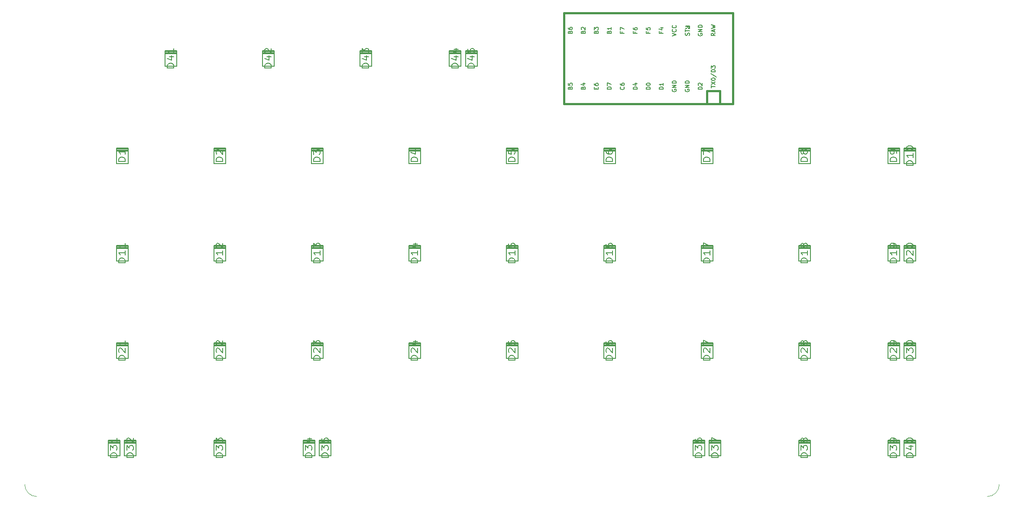
<source format=gto>
G04 #@! TF.GenerationSoftware,KiCad,Pcbnew,(5.1.4)-1*
G04 #@! TF.CreationDate,2021-08-29T21:23:07-10:00*
G04 #@! TF.ProjectId,oya45,6f796134-352e-46b6-9963-61645f706362,rev?*
G04 #@! TF.SameCoordinates,Original*
G04 #@! TF.FileFunction,Legend,Top*
G04 #@! TF.FilePolarity,Positive*
%FSLAX46Y46*%
G04 Gerber Fmt 4.6, Leading zero omitted, Abs format (unit mm)*
G04 Created by KiCad (PCBNEW (5.1.4)-1) date 2021-08-29 21:23:07*
%MOMM*%
%LPD*%
G04 APERTURE LIST*
%ADD10C,0.120000*%
%ADD11C,0.381000*%
%ADD12C,0.150000*%
%ADD13C,0.203200*%
%ADD14C,2.352000*%
%ADD15C,4.089800*%
%ADD16C,1.852000*%
%ADD17R,1.854600X1.854600*%
%ADD18C,1.854600*%
%ADD19C,3.150000*%
%ADD20R,1.753000X1.753000*%
%ADD21C,1.753000*%
G04 APERTURE END LIST*
D10*
X238125000Y-121443750D02*
G75*
G02X235743750Y-123825000I-2381250J0D01*
G01*
X50006250Y-123825000D02*
G75*
G02X47625000Y-121443750I0J2381250D01*
G01*
D11*
X180975000Y-44450000D02*
X180975000Y-46990000D01*
X183515000Y-44450000D02*
X180975000Y-44450000D01*
D12*
G36*
X177225970Y-32055365D02*
G01*
X177125970Y-32055365D01*
X177125970Y-31955365D01*
X177225970Y-31955365D01*
X177225970Y-32055365D01*
G37*
X177225970Y-32055365D02*
X177125970Y-32055365D01*
X177125970Y-31955365D01*
X177225970Y-31955365D01*
X177225970Y-32055365D01*
G36*
X177625970Y-31855365D02*
G01*
X176825970Y-31855365D01*
X176825970Y-31755365D01*
X177625970Y-31755365D01*
X177625970Y-31855365D01*
G37*
X177625970Y-31855365D02*
X176825970Y-31855365D01*
X176825970Y-31755365D01*
X177625970Y-31755365D01*
X177625970Y-31855365D01*
G36*
X177025970Y-32255365D02*
G01*
X176825970Y-32255365D01*
X176825970Y-32155365D01*
X177025970Y-32155365D01*
X177025970Y-32255365D01*
G37*
X177025970Y-32255365D02*
X176825970Y-32255365D01*
X176825970Y-32155365D01*
X177025970Y-32155365D01*
X177025970Y-32255365D01*
G36*
X177625970Y-32255365D02*
G01*
X177325970Y-32255365D01*
X177325970Y-32155365D01*
X177625970Y-32155365D01*
X177625970Y-32255365D01*
G37*
X177625970Y-32255365D02*
X177325970Y-32255365D01*
X177325970Y-32155365D01*
X177625970Y-32155365D01*
X177625970Y-32255365D01*
G36*
X177625970Y-32255365D02*
G01*
X177525970Y-32255365D01*
X177525970Y-31755365D01*
X177625970Y-31755365D01*
X177625970Y-32255365D01*
G37*
X177625970Y-32255365D02*
X177525970Y-32255365D01*
X177525970Y-31755365D01*
X177625970Y-31755365D01*
X177625970Y-32255365D01*
D11*
X153035000Y-29210000D02*
X186055000Y-29210000D01*
X153035000Y-46990000D02*
X153035000Y-29210000D01*
X186055000Y-46990000D02*
X153035000Y-46990000D01*
X186055000Y-29210000D02*
X186055000Y-46990000D01*
X183515000Y-44450000D02*
X183515000Y-46990000D01*
D13*
X136080500Y-39624000D02*
X133794500Y-39624000D01*
X136080500Y-36576000D02*
X136080500Y-39624000D01*
X133794500Y-36576000D02*
X136080500Y-36576000D01*
X133794500Y-39624000D02*
X133794500Y-36576000D01*
D12*
X136037500Y-36800000D02*
X133937500Y-36800000D01*
X133837500Y-36800000D02*
X133937500Y-36800000D01*
X133937500Y-36800000D02*
X133837500Y-36800000D01*
X133837500Y-37000000D02*
X136037500Y-37000000D01*
X136037500Y-37200000D02*
X133837500Y-37200000D01*
D13*
X132905500Y-39624000D02*
X130619500Y-39624000D01*
X132905500Y-36576000D02*
X132905500Y-39624000D01*
X130619500Y-36576000D02*
X132905500Y-36576000D01*
X130619500Y-39624000D02*
X130619500Y-36576000D01*
D12*
X132862500Y-36800000D02*
X130762500Y-36800000D01*
X130662500Y-36800000D02*
X130762500Y-36800000D01*
X130762500Y-36800000D02*
X130662500Y-36800000D01*
X130662500Y-37000000D02*
X132862500Y-37000000D01*
X132862500Y-37200000D02*
X130662500Y-37200000D01*
D13*
X115443000Y-39624000D02*
X113157000Y-39624000D01*
X115443000Y-36576000D02*
X115443000Y-39624000D01*
X113157000Y-36576000D02*
X115443000Y-36576000D01*
X113157000Y-39624000D02*
X113157000Y-36576000D01*
D12*
X115400000Y-36800000D02*
X113300000Y-36800000D01*
X113200000Y-36800000D02*
X113300000Y-36800000D01*
X113300000Y-36800000D02*
X113200000Y-36800000D01*
X113200000Y-37000000D02*
X115400000Y-37000000D01*
X115400000Y-37200000D02*
X113200000Y-37200000D01*
D13*
X96393000Y-39624000D02*
X94107000Y-39624000D01*
X96393000Y-36576000D02*
X96393000Y-39624000D01*
X94107000Y-36576000D02*
X96393000Y-36576000D01*
X94107000Y-39624000D02*
X94107000Y-36576000D01*
D12*
X96350000Y-36800000D02*
X94250000Y-36800000D01*
X94150000Y-36800000D02*
X94250000Y-36800000D01*
X94250000Y-36800000D02*
X94150000Y-36800000D01*
X94150000Y-37000000D02*
X96350000Y-37000000D01*
X96350000Y-37200000D02*
X94150000Y-37200000D01*
D13*
X77343000Y-39624000D02*
X75057000Y-39624000D01*
X77343000Y-36576000D02*
X77343000Y-39624000D01*
X75057000Y-36576000D02*
X77343000Y-36576000D01*
X75057000Y-39624000D02*
X75057000Y-36576000D01*
D12*
X77300000Y-36800000D02*
X75200000Y-36800000D01*
X75100000Y-36800000D02*
X75200000Y-36800000D01*
X75200000Y-36800000D02*
X75100000Y-36800000D01*
X75100000Y-37000000D02*
X77300000Y-37000000D01*
X77300000Y-37200000D02*
X75100000Y-37200000D01*
D13*
X221805500Y-115824000D02*
X219519500Y-115824000D01*
X221805500Y-112776000D02*
X221805500Y-115824000D01*
X219519500Y-112776000D02*
X221805500Y-112776000D01*
X219519500Y-115824000D02*
X219519500Y-112776000D01*
D12*
X221762500Y-113000000D02*
X219662500Y-113000000D01*
X219562500Y-113000000D02*
X219662500Y-113000000D01*
X219662500Y-113000000D02*
X219562500Y-113000000D01*
X219562500Y-113200000D02*
X221762500Y-113200000D01*
X221762500Y-113400000D02*
X219562500Y-113400000D01*
D13*
X218630500Y-115824000D02*
X216344500Y-115824000D01*
X218630500Y-112776000D02*
X218630500Y-115824000D01*
X216344500Y-112776000D02*
X218630500Y-112776000D01*
X216344500Y-115824000D02*
X216344500Y-112776000D01*
D12*
X218587500Y-113000000D02*
X216487500Y-113000000D01*
X216387500Y-113000000D02*
X216487500Y-113000000D01*
X216487500Y-113000000D02*
X216387500Y-113000000D01*
X216387500Y-113200000D02*
X218587500Y-113200000D01*
X218587500Y-113400000D02*
X216387500Y-113400000D01*
D13*
X201168000Y-115824000D02*
X198882000Y-115824000D01*
X201168000Y-112776000D02*
X201168000Y-115824000D01*
X198882000Y-112776000D02*
X201168000Y-112776000D01*
X198882000Y-115824000D02*
X198882000Y-112776000D01*
D12*
X201125000Y-113000000D02*
X199025000Y-113000000D01*
X198925000Y-113000000D02*
X199025000Y-113000000D01*
X199025000Y-113000000D02*
X198925000Y-113000000D01*
X198925000Y-113200000D02*
X201125000Y-113200000D01*
X201125000Y-113400000D02*
X198925000Y-113400000D01*
D13*
X183705500Y-115824000D02*
X181419500Y-115824000D01*
X183705500Y-112776000D02*
X183705500Y-115824000D01*
X181419500Y-112776000D02*
X183705500Y-112776000D01*
X181419500Y-115824000D02*
X181419500Y-112776000D01*
D12*
X183662500Y-113000000D02*
X181562500Y-113000000D01*
X181462500Y-113000000D02*
X181562500Y-113000000D01*
X181562500Y-113000000D02*
X181462500Y-113000000D01*
X181462500Y-113200000D02*
X183662500Y-113200000D01*
X183662500Y-113400000D02*
X181462500Y-113400000D01*
D13*
X180530500Y-115824000D02*
X178244500Y-115824000D01*
X180530500Y-112776000D02*
X180530500Y-115824000D01*
X178244500Y-112776000D02*
X180530500Y-112776000D01*
X178244500Y-115824000D02*
X178244500Y-112776000D01*
D12*
X180487500Y-113000000D02*
X178387500Y-113000000D01*
X178287500Y-113000000D02*
X178387500Y-113000000D01*
X178387500Y-113000000D02*
X178287500Y-113000000D01*
X178287500Y-113200000D02*
X180487500Y-113200000D01*
X180487500Y-113400000D02*
X178287500Y-113400000D01*
D13*
X107505500Y-115824000D02*
X105219500Y-115824000D01*
X107505500Y-112776000D02*
X107505500Y-115824000D01*
X105219500Y-112776000D02*
X107505500Y-112776000D01*
X105219500Y-115824000D02*
X105219500Y-112776000D01*
D12*
X107462500Y-113000000D02*
X105362500Y-113000000D01*
X105262500Y-113000000D02*
X105362500Y-113000000D01*
X105362500Y-113000000D02*
X105262500Y-113000000D01*
X105262500Y-113200000D02*
X107462500Y-113200000D01*
X107462500Y-113400000D02*
X105262500Y-113400000D01*
D13*
X104330500Y-115824000D02*
X102044500Y-115824000D01*
X104330500Y-112776000D02*
X104330500Y-115824000D01*
X102044500Y-112776000D02*
X104330500Y-112776000D01*
X102044500Y-115824000D02*
X102044500Y-112776000D01*
D12*
X104287500Y-113000000D02*
X102187500Y-113000000D01*
X102087500Y-113000000D02*
X102187500Y-113000000D01*
X102187500Y-113000000D02*
X102087500Y-113000000D01*
X102087500Y-113200000D02*
X104287500Y-113200000D01*
X104287500Y-113400000D02*
X102087500Y-113400000D01*
D13*
X86868000Y-115824000D02*
X84582000Y-115824000D01*
X86868000Y-112776000D02*
X86868000Y-115824000D01*
X84582000Y-112776000D02*
X86868000Y-112776000D01*
X84582000Y-115824000D02*
X84582000Y-112776000D01*
D12*
X86825000Y-113000000D02*
X84725000Y-113000000D01*
X84625000Y-113000000D02*
X84725000Y-113000000D01*
X84725000Y-113000000D02*
X84625000Y-113000000D01*
X84625000Y-113200000D02*
X86825000Y-113200000D01*
X86825000Y-113400000D02*
X84625000Y-113400000D01*
D13*
X69405500Y-115824000D02*
X67119500Y-115824000D01*
X69405500Y-112776000D02*
X69405500Y-115824000D01*
X67119500Y-112776000D02*
X69405500Y-112776000D01*
X67119500Y-115824000D02*
X67119500Y-112776000D01*
D12*
X69362500Y-113000000D02*
X67262500Y-113000000D01*
X67162500Y-113000000D02*
X67262500Y-113000000D01*
X67262500Y-113000000D02*
X67162500Y-113000000D01*
X67162500Y-113200000D02*
X69362500Y-113200000D01*
X69362500Y-113400000D02*
X67162500Y-113400000D01*
D13*
X66230500Y-115824000D02*
X63944500Y-115824000D01*
X66230500Y-112776000D02*
X66230500Y-115824000D01*
X63944500Y-112776000D02*
X66230500Y-112776000D01*
X63944500Y-115824000D02*
X63944500Y-112776000D01*
D12*
X66187500Y-113000000D02*
X64087500Y-113000000D01*
X63987500Y-113000000D02*
X64087500Y-113000000D01*
X64087500Y-113000000D02*
X63987500Y-113000000D01*
X63987500Y-113200000D02*
X66187500Y-113200000D01*
X66187500Y-113400000D02*
X63987500Y-113400000D01*
D13*
X221805500Y-96774000D02*
X219519500Y-96774000D01*
X221805500Y-93726000D02*
X221805500Y-96774000D01*
X219519500Y-93726000D02*
X221805500Y-93726000D01*
X219519500Y-96774000D02*
X219519500Y-93726000D01*
D12*
X221762500Y-93950000D02*
X219662500Y-93950000D01*
X219562500Y-93950000D02*
X219662500Y-93950000D01*
X219662500Y-93950000D02*
X219562500Y-93950000D01*
X219562500Y-94150000D02*
X221762500Y-94150000D01*
X221762500Y-94350000D02*
X219562500Y-94350000D01*
D13*
X218630500Y-96774000D02*
X216344500Y-96774000D01*
X218630500Y-93726000D02*
X218630500Y-96774000D01*
X216344500Y-93726000D02*
X218630500Y-93726000D01*
X216344500Y-96774000D02*
X216344500Y-93726000D01*
D12*
X218587500Y-93950000D02*
X216487500Y-93950000D01*
X216387500Y-93950000D02*
X216487500Y-93950000D01*
X216487500Y-93950000D02*
X216387500Y-93950000D01*
X216387500Y-94150000D02*
X218587500Y-94150000D01*
X218587500Y-94350000D02*
X216387500Y-94350000D01*
D13*
X201168000Y-96774000D02*
X198882000Y-96774000D01*
X201168000Y-93726000D02*
X201168000Y-96774000D01*
X198882000Y-93726000D02*
X201168000Y-93726000D01*
X198882000Y-96774000D02*
X198882000Y-93726000D01*
D12*
X201125000Y-93950000D02*
X199025000Y-93950000D01*
X198925000Y-93950000D02*
X199025000Y-93950000D01*
X199025000Y-93950000D02*
X198925000Y-93950000D01*
X198925000Y-94150000D02*
X201125000Y-94150000D01*
X201125000Y-94350000D02*
X198925000Y-94350000D01*
D13*
X182118000Y-96774000D02*
X179832000Y-96774000D01*
X182118000Y-93726000D02*
X182118000Y-96774000D01*
X179832000Y-93726000D02*
X182118000Y-93726000D01*
X179832000Y-96774000D02*
X179832000Y-93726000D01*
D12*
X182075000Y-93950000D02*
X179975000Y-93950000D01*
X179875000Y-93950000D02*
X179975000Y-93950000D01*
X179975000Y-93950000D02*
X179875000Y-93950000D01*
X179875000Y-94150000D02*
X182075000Y-94150000D01*
X182075000Y-94350000D02*
X179875000Y-94350000D01*
D13*
X163068000Y-96774000D02*
X160782000Y-96774000D01*
X163068000Y-93726000D02*
X163068000Y-96774000D01*
X160782000Y-93726000D02*
X163068000Y-93726000D01*
X160782000Y-96774000D02*
X160782000Y-93726000D01*
D12*
X163025000Y-93950000D02*
X160925000Y-93950000D01*
X160825000Y-93950000D02*
X160925000Y-93950000D01*
X160925000Y-93950000D02*
X160825000Y-93950000D01*
X160825000Y-94150000D02*
X163025000Y-94150000D01*
X163025000Y-94350000D02*
X160825000Y-94350000D01*
D13*
X144018000Y-96774000D02*
X141732000Y-96774000D01*
X144018000Y-93726000D02*
X144018000Y-96774000D01*
X141732000Y-93726000D02*
X144018000Y-93726000D01*
X141732000Y-96774000D02*
X141732000Y-93726000D01*
D12*
X143975000Y-93950000D02*
X141875000Y-93950000D01*
X141775000Y-93950000D02*
X141875000Y-93950000D01*
X141875000Y-93950000D02*
X141775000Y-93950000D01*
X141775000Y-94150000D02*
X143975000Y-94150000D01*
X143975000Y-94350000D02*
X141775000Y-94350000D01*
D13*
X124968000Y-96774000D02*
X122682000Y-96774000D01*
X124968000Y-93726000D02*
X124968000Y-96774000D01*
X122682000Y-93726000D02*
X124968000Y-93726000D01*
X122682000Y-96774000D02*
X122682000Y-93726000D01*
D12*
X124925000Y-93950000D02*
X122825000Y-93950000D01*
X122725000Y-93950000D02*
X122825000Y-93950000D01*
X122825000Y-93950000D02*
X122725000Y-93950000D01*
X122725000Y-94150000D02*
X124925000Y-94150000D01*
X124925000Y-94350000D02*
X122725000Y-94350000D01*
D13*
X105918000Y-96774000D02*
X103632000Y-96774000D01*
X105918000Y-93726000D02*
X105918000Y-96774000D01*
X103632000Y-93726000D02*
X105918000Y-93726000D01*
X103632000Y-96774000D02*
X103632000Y-93726000D01*
D12*
X105875000Y-93950000D02*
X103775000Y-93950000D01*
X103675000Y-93950000D02*
X103775000Y-93950000D01*
X103775000Y-93950000D02*
X103675000Y-93950000D01*
X103675000Y-94150000D02*
X105875000Y-94150000D01*
X105875000Y-94350000D02*
X103675000Y-94350000D01*
D13*
X86868000Y-96774000D02*
X84582000Y-96774000D01*
X86868000Y-93726000D02*
X86868000Y-96774000D01*
X84582000Y-93726000D02*
X86868000Y-93726000D01*
X84582000Y-96774000D02*
X84582000Y-93726000D01*
D12*
X86825000Y-93950000D02*
X84725000Y-93950000D01*
X84625000Y-93950000D02*
X84725000Y-93950000D01*
X84725000Y-93950000D02*
X84625000Y-93950000D01*
X84625000Y-94150000D02*
X86825000Y-94150000D01*
X86825000Y-94350000D02*
X84625000Y-94350000D01*
D13*
X67818000Y-96774000D02*
X65532000Y-96774000D01*
X67818000Y-93726000D02*
X67818000Y-96774000D01*
X65532000Y-93726000D02*
X67818000Y-93726000D01*
X65532000Y-96774000D02*
X65532000Y-93726000D01*
D12*
X67775000Y-93950000D02*
X65675000Y-93950000D01*
X65575000Y-93950000D02*
X65675000Y-93950000D01*
X65675000Y-93950000D02*
X65575000Y-93950000D01*
X65575000Y-94150000D02*
X67775000Y-94150000D01*
X67775000Y-94350000D02*
X65575000Y-94350000D01*
D13*
X221805500Y-77724000D02*
X219519500Y-77724000D01*
X221805500Y-74676000D02*
X221805500Y-77724000D01*
X219519500Y-74676000D02*
X221805500Y-74676000D01*
X219519500Y-77724000D02*
X219519500Y-74676000D01*
D12*
X221762500Y-74900000D02*
X219662500Y-74900000D01*
X219562500Y-74900000D02*
X219662500Y-74900000D01*
X219662500Y-74900000D02*
X219562500Y-74900000D01*
X219562500Y-75100000D02*
X221762500Y-75100000D01*
X221762500Y-75300000D02*
X219562500Y-75300000D01*
D13*
X218630500Y-77724000D02*
X216344500Y-77724000D01*
X218630500Y-74676000D02*
X218630500Y-77724000D01*
X216344500Y-74676000D02*
X218630500Y-74676000D01*
X216344500Y-77724000D02*
X216344500Y-74676000D01*
D12*
X218587500Y-74900000D02*
X216487500Y-74900000D01*
X216387500Y-74900000D02*
X216487500Y-74900000D01*
X216487500Y-74900000D02*
X216387500Y-74900000D01*
X216387500Y-75100000D02*
X218587500Y-75100000D01*
X218587500Y-75300000D02*
X216387500Y-75300000D01*
D13*
X201168000Y-77724000D02*
X198882000Y-77724000D01*
X201168000Y-74676000D02*
X201168000Y-77724000D01*
X198882000Y-74676000D02*
X201168000Y-74676000D01*
X198882000Y-77724000D02*
X198882000Y-74676000D01*
D12*
X201125000Y-74900000D02*
X199025000Y-74900000D01*
X198925000Y-74900000D02*
X199025000Y-74900000D01*
X199025000Y-74900000D02*
X198925000Y-74900000D01*
X198925000Y-75100000D02*
X201125000Y-75100000D01*
X201125000Y-75300000D02*
X198925000Y-75300000D01*
D13*
X182118000Y-77724000D02*
X179832000Y-77724000D01*
X182118000Y-74676000D02*
X182118000Y-77724000D01*
X179832000Y-74676000D02*
X182118000Y-74676000D01*
X179832000Y-77724000D02*
X179832000Y-74676000D01*
D12*
X182075000Y-74900000D02*
X179975000Y-74900000D01*
X179875000Y-74900000D02*
X179975000Y-74900000D01*
X179975000Y-74900000D02*
X179875000Y-74900000D01*
X179875000Y-75100000D02*
X182075000Y-75100000D01*
X182075000Y-75300000D02*
X179875000Y-75300000D01*
D13*
X163068000Y-77724000D02*
X160782000Y-77724000D01*
X163068000Y-74676000D02*
X163068000Y-77724000D01*
X160782000Y-74676000D02*
X163068000Y-74676000D01*
X160782000Y-77724000D02*
X160782000Y-74676000D01*
D12*
X163025000Y-74900000D02*
X160925000Y-74900000D01*
X160825000Y-74900000D02*
X160925000Y-74900000D01*
X160925000Y-74900000D02*
X160825000Y-74900000D01*
X160825000Y-75100000D02*
X163025000Y-75100000D01*
X163025000Y-75300000D02*
X160825000Y-75300000D01*
D13*
X144018000Y-77724000D02*
X141732000Y-77724000D01*
X144018000Y-74676000D02*
X144018000Y-77724000D01*
X141732000Y-74676000D02*
X144018000Y-74676000D01*
X141732000Y-77724000D02*
X141732000Y-74676000D01*
D12*
X143975000Y-74900000D02*
X141875000Y-74900000D01*
X141775000Y-74900000D02*
X141875000Y-74900000D01*
X141875000Y-74900000D02*
X141775000Y-74900000D01*
X141775000Y-75100000D02*
X143975000Y-75100000D01*
X143975000Y-75300000D02*
X141775000Y-75300000D01*
D13*
X124968000Y-77724000D02*
X122682000Y-77724000D01*
X124968000Y-74676000D02*
X124968000Y-77724000D01*
X122682000Y-74676000D02*
X124968000Y-74676000D01*
X122682000Y-77724000D02*
X122682000Y-74676000D01*
D12*
X124925000Y-74900000D02*
X122825000Y-74900000D01*
X122725000Y-74900000D02*
X122825000Y-74900000D01*
X122825000Y-74900000D02*
X122725000Y-74900000D01*
X122725000Y-75100000D02*
X124925000Y-75100000D01*
X124925000Y-75300000D02*
X122725000Y-75300000D01*
D13*
X105918000Y-77724000D02*
X103632000Y-77724000D01*
X105918000Y-74676000D02*
X105918000Y-77724000D01*
X103632000Y-74676000D02*
X105918000Y-74676000D01*
X103632000Y-77724000D02*
X103632000Y-74676000D01*
D12*
X105875000Y-74900000D02*
X103775000Y-74900000D01*
X103675000Y-74900000D02*
X103775000Y-74900000D01*
X103775000Y-74900000D02*
X103675000Y-74900000D01*
X103675000Y-75100000D02*
X105875000Y-75100000D01*
X105875000Y-75300000D02*
X103675000Y-75300000D01*
D13*
X86868000Y-77724000D02*
X84582000Y-77724000D01*
X86868000Y-74676000D02*
X86868000Y-77724000D01*
X84582000Y-74676000D02*
X86868000Y-74676000D01*
X84582000Y-77724000D02*
X84582000Y-74676000D01*
D12*
X86825000Y-74900000D02*
X84725000Y-74900000D01*
X84625000Y-74900000D02*
X84725000Y-74900000D01*
X84725000Y-74900000D02*
X84625000Y-74900000D01*
X84625000Y-75100000D02*
X86825000Y-75100000D01*
X86825000Y-75300000D02*
X84625000Y-75300000D01*
D13*
X67818000Y-77724000D02*
X65532000Y-77724000D01*
X67818000Y-74676000D02*
X67818000Y-77724000D01*
X65532000Y-74676000D02*
X67818000Y-74676000D01*
X65532000Y-77724000D02*
X65532000Y-74676000D01*
D12*
X67775000Y-74900000D02*
X65675000Y-74900000D01*
X65575000Y-74900000D02*
X65675000Y-74900000D01*
X65675000Y-74900000D02*
X65575000Y-74900000D01*
X65575000Y-75100000D02*
X67775000Y-75100000D01*
X67775000Y-75300000D02*
X65575000Y-75300000D01*
D13*
X221805500Y-58674000D02*
X219519500Y-58674000D01*
X221805500Y-55626000D02*
X221805500Y-58674000D01*
X219519500Y-55626000D02*
X221805500Y-55626000D01*
X219519500Y-58674000D02*
X219519500Y-55626000D01*
D12*
X221762500Y-55850000D02*
X219662500Y-55850000D01*
X219562500Y-55850000D02*
X219662500Y-55850000D01*
X219662500Y-55850000D02*
X219562500Y-55850000D01*
X219562500Y-56050000D02*
X221762500Y-56050000D01*
X221762500Y-56250000D02*
X219562500Y-56250000D01*
D13*
X218630500Y-58674000D02*
X216344500Y-58674000D01*
X218630500Y-55626000D02*
X218630500Y-58674000D01*
X216344500Y-55626000D02*
X218630500Y-55626000D01*
X216344500Y-58674000D02*
X216344500Y-55626000D01*
D12*
X218587500Y-55850000D02*
X216487500Y-55850000D01*
X216387500Y-55850000D02*
X216487500Y-55850000D01*
X216487500Y-55850000D02*
X216387500Y-55850000D01*
X216387500Y-56050000D02*
X218587500Y-56050000D01*
X218587500Y-56250000D02*
X216387500Y-56250000D01*
D13*
X201168000Y-58674000D02*
X198882000Y-58674000D01*
X201168000Y-55626000D02*
X201168000Y-58674000D01*
X198882000Y-55626000D02*
X201168000Y-55626000D01*
X198882000Y-58674000D02*
X198882000Y-55626000D01*
D12*
X201125000Y-55850000D02*
X199025000Y-55850000D01*
X198925000Y-55850000D02*
X199025000Y-55850000D01*
X199025000Y-55850000D02*
X198925000Y-55850000D01*
X198925000Y-56050000D02*
X201125000Y-56050000D01*
X201125000Y-56250000D02*
X198925000Y-56250000D01*
D13*
X182118000Y-58674000D02*
X179832000Y-58674000D01*
X182118000Y-55626000D02*
X182118000Y-58674000D01*
X179832000Y-55626000D02*
X182118000Y-55626000D01*
X179832000Y-58674000D02*
X179832000Y-55626000D01*
D12*
X182075000Y-55850000D02*
X179975000Y-55850000D01*
X179875000Y-55850000D02*
X179975000Y-55850000D01*
X179975000Y-55850000D02*
X179875000Y-55850000D01*
X179875000Y-56050000D02*
X182075000Y-56050000D01*
X182075000Y-56250000D02*
X179875000Y-56250000D01*
D13*
X163068000Y-58674000D02*
X160782000Y-58674000D01*
X163068000Y-55626000D02*
X163068000Y-58674000D01*
X160782000Y-55626000D02*
X163068000Y-55626000D01*
X160782000Y-58674000D02*
X160782000Y-55626000D01*
D12*
X163025000Y-55850000D02*
X160925000Y-55850000D01*
X160825000Y-55850000D02*
X160925000Y-55850000D01*
X160925000Y-55850000D02*
X160825000Y-55850000D01*
X160825000Y-56050000D02*
X163025000Y-56050000D01*
X163025000Y-56250000D02*
X160825000Y-56250000D01*
D13*
X144018000Y-58674000D02*
X141732000Y-58674000D01*
X144018000Y-55626000D02*
X144018000Y-58674000D01*
X141732000Y-55626000D02*
X144018000Y-55626000D01*
X141732000Y-58674000D02*
X141732000Y-55626000D01*
D12*
X143975000Y-55850000D02*
X141875000Y-55850000D01*
X141775000Y-55850000D02*
X141875000Y-55850000D01*
X141875000Y-55850000D02*
X141775000Y-55850000D01*
X141775000Y-56050000D02*
X143975000Y-56050000D01*
X143975000Y-56250000D02*
X141775000Y-56250000D01*
D13*
X124968000Y-58674000D02*
X122682000Y-58674000D01*
X124968000Y-55626000D02*
X124968000Y-58674000D01*
X122682000Y-55626000D02*
X124968000Y-55626000D01*
X122682000Y-58674000D02*
X122682000Y-55626000D01*
D12*
X124925000Y-55850000D02*
X122825000Y-55850000D01*
X122725000Y-55850000D02*
X122825000Y-55850000D01*
X122825000Y-55850000D02*
X122725000Y-55850000D01*
X122725000Y-56050000D02*
X124925000Y-56050000D01*
X124925000Y-56250000D02*
X122725000Y-56250000D01*
D13*
X105918000Y-58674000D02*
X103632000Y-58674000D01*
X105918000Y-55626000D02*
X105918000Y-58674000D01*
X103632000Y-55626000D02*
X105918000Y-55626000D01*
X103632000Y-58674000D02*
X103632000Y-55626000D01*
D12*
X105875000Y-55850000D02*
X103775000Y-55850000D01*
X103675000Y-55850000D02*
X103775000Y-55850000D01*
X103775000Y-55850000D02*
X103675000Y-55850000D01*
X103675000Y-56050000D02*
X105875000Y-56050000D01*
X105875000Y-56250000D02*
X103675000Y-56250000D01*
X86825000Y-56250000D02*
X84625000Y-56250000D01*
X84625000Y-56050000D02*
X86825000Y-56050000D01*
X84725000Y-55850000D02*
X84625000Y-55850000D01*
X84625000Y-55850000D02*
X84725000Y-55850000D01*
X86825000Y-55850000D02*
X84725000Y-55850000D01*
D13*
X84582000Y-58674000D02*
X84582000Y-55626000D01*
X84582000Y-55626000D02*
X86868000Y-55626000D01*
X86868000Y-55626000D02*
X86868000Y-58674000D01*
X86868000Y-58674000D02*
X84582000Y-58674000D01*
X67818000Y-58674000D02*
X65532000Y-58674000D01*
X67818000Y-55626000D02*
X67818000Y-58674000D01*
X65532000Y-55626000D02*
X67818000Y-55626000D01*
X65532000Y-58674000D02*
X65532000Y-55626000D01*
D12*
X67775000Y-55850000D02*
X65675000Y-55850000D01*
X65575000Y-55850000D02*
X65675000Y-55850000D01*
X65675000Y-55850000D02*
X65575000Y-55850000D01*
X65575000Y-56050000D02*
X67775000Y-56050000D01*
X67775000Y-56250000D02*
X65575000Y-56250000D01*
X180066904Y-44151476D02*
X179266904Y-44151476D01*
X179266904Y-43961000D01*
X179305000Y-43846714D01*
X179381190Y-43770523D01*
X179457380Y-43732428D01*
X179609761Y-43694333D01*
X179724047Y-43694333D01*
X179876428Y-43732428D01*
X179952619Y-43770523D01*
X180028809Y-43846714D01*
X180066904Y-43961000D01*
X180066904Y-44151476D01*
X179343095Y-43389571D02*
X179305000Y-43351476D01*
X179266904Y-43275285D01*
X179266904Y-43084809D01*
X179305000Y-43008619D01*
X179343095Y-42970523D01*
X179419285Y-42932428D01*
X179495476Y-42932428D01*
X179609761Y-42970523D01*
X180066904Y-43427666D01*
X180066904Y-42932428D01*
X169906904Y-44151476D02*
X169106904Y-44151476D01*
X169106904Y-43961000D01*
X169145000Y-43846714D01*
X169221190Y-43770523D01*
X169297380Y-43732428D01*
X169449761Y-43694333D01*
X169564047Y-43694333D01*
X169716428Y-43732428D01*
X169792619Y-43770523D01*
X169868809Y-43846714D01*
X169906904Y-43961000D01*
X169906904Y-44151476D01*
X169106904Y-43199095D02*
X169106904Y-43122904D01*
X169145000Y-43046714D01*
X169183095Y-43008619D01*
X169259285Y-42970523D01*
X169411666Y-42932428D01*
X169602142Y-42932428D01*
X169754523Y-42970523D01*
X169830714Y-43008619D01*
X169868809Y-43046714D01*
X169906904Y-43122904D01*
X169906904Y-43199095D01*
X169868809Y-43275285D01*
X169830714Y-43313380D01*
X169754523Y-43351476D01*
X169602142Y-43389571D01*
X169411666Y-43389571D01*
X169259285Y-43351476D01*
X169183095Y-43313380D01*
X169145000Y-43275285D01*
X169106904Y-43199095D01*
X172446904Y-44151476D02*
X171646904Y-44151476D01*
X171646904Y-43961000D01*
X171685000Y-43846714D01*
X171761190Y-43770523D01*
X171837380Y-43732428D01*
X171989761Y-43694333D01*
X172104047Y-43694333D01*
X172256428Y-43732428D01*
X172332619Y-43770523D01*
X172408809Y-43846714D01*
X172446904Y-43961000D01*
X172446904Y-44151476D01*
X172446904Y-42932428D02*
X172446904Y-43389571D01*
X172446904Y-43161000D02*
X171646904Y-43161000D01*
X171761190Y-43237190D01*
X171837380Y-43313380D01*
X171875476Y-43389571D01*
X174225000Y-44170523D02*
X174186904Y-44246714D01*
X174186904Y-44361000D01*
X174225000Y-44475285D01*
X174301190Y-44551476D01*
X174377380Y-44589571D01*
X174529761Y-44627666D01*
X174644047Y-44627666D01*
X174796428Y-44589571D01*
X174872619Y-44551476D01*
X174948809Y-44475285D01*
X174986904Y-44361000D01*
X174986904Y-44284809D01*
X174948809Y-44170523D01*
X174910714Y-44132428D01*
X174644047Y-44132428D01*
X174644047Y-44284809D01*
X174986904Y-43789571D02*
X174186904Y-43789571D01*
X174986904Y-43332428D01*
X174186904Y-43332428D01*
X174986904Y-42951476D02*
X174186904Y-42951476D01*
X174186904Y-42761000D01*
X174225000Y-42646714D01*
X174301190Y-42570523D01*
X174377380Y-42532428D01*
X174529761Y-42494333D01*
X174644047Y-42494333D01*
X174796428Y-42532428D01*
X174872619Y-42570523D01*
X174948809Y-42646714D01*
X174986904Y-42761000D01*
X174986904Y-42951476D01*
X176765000Y-44170523D02*
X176726904Y-44246714D01*
X176726904Y-44361000D01*
X176765000Y-44475285D01*
X176841190Y-44551476D01*
X176917380Y-44589571D01*
X177069761Y-44627666D01*
X177184047Y-44627666D01*
X177336428Y-44589571D01*
X177412619Y-44551476D01*
X177488809Y-44475285D01*
X177526904Y-44361000D01*
X177526904Y-44284809D01*
X177488809Y-44170523D01*
X177450714Y-44132428D01*
X177184047Y-44132428D01*
X177184047Y-44284809D01*
X177526904Y-43789571D02*
X176726904Y-43789571D01*
X177526904Y-43332428D01*
X176726904Y-43332428D01*
X177526904Y-42951476D02*
X176726904Y-42951476D01*
X176726904Y-42761000D01*
X176765000Y-42646714D01*
X176841190Y-42570523D01*
X176917380Y-42532428D01*
X177069761Y-42494333D01*
X177184047Y-42494333D01*
X177336428Y-42532428D01*
X177412619Y-42570523D01*
X177488809Y-42646714D01*
X177526904Y-42761000D01*
X177526904Y-42951476D01*
X167366904Y-44151476D02*
X166566904Y-44151476D01*
X166566904Y-43961000D01*
X166605000Y-43846714D01*
X166681190Y-43770523D01*
X166757380Y-43732428D01*
X166909761Y-43694333D01*
X167024047Y-43694333D01*
X167176428Y-43732428D01*
X167252619Y-43770523D01*
X167328809Y-43846714D01*
X167366904Y-43961000D01*
X167366904Y-44151476D01*
X166833571Y-43008619D02*
X167366904Y-43008619D01*
X166528809Y-43199095D02*
X167100238Y-43389571D01*
X167100238Y-42894333D01*
X164750714Y-43694333D02*
X164788809Y-43732428D01*
X164826904Y-43846714D01*
X164826904Y-43922904D01*
X164788809Y-44037190D01*
X164712619Y-44113380D01*
X164636428Y-44151476D01*
X164484047Y-44189571D01*
X164369761Y-44189571D01*
X164217380Y-44151476D01*
X164141190Y-44113380D01*
X164065000Y-44037190D01*
X164026904Y-43922904D01*
X164026904Y-43846714D01*
X164065000Y-43732428D01*
X164103095Y-43694333D01*
X164026904Y-43008619D02*
X164026904Y-43161000D01*
X164065000Y-43237190D01*
X164103095Y-43275285D01*
X164217380Y-43351476D01*
X164369761Y-43389571D01*
X164674523Y-43389571D01*
X164750714Y-43351476D01*
X164788809Y-43313380D01*
X164826904Y-43237190D01*
X164826904Y-43084809D01*
X164788809Y-43008619D01*
X164750714Y-42970523D01*
X164674523Y-42932428D01*
X164484047Y-42932428D01*
X164407857Y-42970523D01*
X164369761Y-43008619D01*
X164331666Y-43084809D01*
X164331666Y-43237190D01*
X164369761Y-43313380D01*
X164407857Y-43351476D01*
X164484047Y-43389571D01*
X162286904Y-44151476D02*
X161486904Y-44151476D01*
X161486904Y-43961000D01*
X161525000Y-43846714D01*
X161601190Y-43770523D01*
X161677380Y-43732428D01*
X161829761Y-43694333D01*
X161944047Y-43694333D01*
X162096428Y-43732428D01*
X162172619Y-43770523D01*
X162248809Y-43846714D01*
X162286904Y-43961000D01*
X162286904Y-44151476D01*
X161486904Y-43427666D02*
X161486904Y-42894333D01*
X162286904Y-43237190D01*
X159327857Y-44113380D02*
X159327857Y-43846714D01*
X159746904Y-43732428D02*
X159746904Y-44113380D01*
X158946904Y-44113380D01*
X158946904Y-43732428D01*
X158946904Y-43046714D02*
X158946904Y-43199095D01*
X158985000Y-43275285D01*
X159023095Y-43313380D01*
X159137380Y-43389571D01*
X159289761Y-43427666D01*
X159594523Y-43427666D01*
X159670714Y-43389571D01*
X159708809Y-43351476D01*
X159746904Y-43275285D01*
X159746904Y-43122904D01*
X159708809Y-43046714D01*
X159670714Y-43008619D01*
X159594523Y-42970523D01*
X159404047Y-42970523D01*
X159327857Y-43008619D01*
X159289761Y-43046714D01*
X159251666Y-43122904D01*
X159251666Y-43275285D01*
X159289761Y-43351476D01*
X159327857Y-43389571D01*
X159404047Y-43427666D01*
X156787857Y-43884809D02*
X156825952Y-43770523D01*
X156864047Y-43732428D01*
X156940238Y-43694333D01*
X157054523Y-43694333D01*
X157130714Y-43732428D01*
X157168809Y-43770523D01*
X157206904Y-43846714D01*
X157206904Y-44151476D01*
X156406904Y-44151476D01*
X156406904Y-43884809D01*
X156445000Y-43808619D01*
X156483095Y-43770523D01*
X156559285Y-43732428D01*
X156635476Y-43732428D01*
X156711666Y-43770523D01*
X156749761Y-43808619D01*
X156787857Y-43884809D01*
X156787857Y-44151476D01*
X156673571Y-43008619D02*
X157206904Y-43008619D01*
X156368809Y-43199095D02*
X156940238Y-43389571D01*
X156940238Y-42894333D01*
X154247857Y-43884809D02*
X154285952Y-43770523D01*
X154324047Y-43732428D01*
X154400238Y-43694333D01*
X154514523Y-43694333D01*
X154590714Y-43732428D01*
X154628809Y-43770523D01*
X154666904Y-43846714D01*
X154666904Y-44151476D01*
X153866904Y-44151476D01*
X153866904Y-43884809D01*
X153905000Y-43808619D01*
X153943095Y-43770523D01*
X154019285Y-43732428D01*
X154095476Y-43732428D01*
X154171666Y-43770523D01*
X154209761Y-43808619D01*
X154247857Y-43884809D01*
X154247857Y-44151476D01*
X153866904Y-42970523D02*
X153866904Y-43351476D01*
X154247857Y-43389571D01*
X154209761Y-43351476D01*
X154171666Y-43275285D01*
X154171666Y-43084809D01*
X154209761Y-43008619D01*
X154247857Y-42970523D01*
X154324047Y-42932428D01*
X154514523Y-42932428D01*
X154590714Y-42970523D01*
X154628809Y-43008619D01*
X154666904Y-43084809D01*
X154666904Y-43275285D01*
X154628809Y-43351476D01*
X154590714Y-43389571D01*
X154247857Y-32962809D02*
X154285952Y-32848523D01*
X154324047Y-32810428D01*
X154400238Y-32772333D01*
X154514523Y-32772333D01*
X154590714Y-32810428D01*
X154628809Y-32848523D01*
X154666904Y-32924714D01*
X154666904Y-33229476D01*
X153866904Y-33229476D01*
X153866904Y-32962809D01*
X153905000Y-32886619D01*
X153943095Y-32848523D01*
X154019285Y-32810428D01*
X154095476Y-32810428D01*
X154171666Y-32848523D01*
X154209761Y-32886619D01*
X154247857Y-32962809D01*
X154247857Y-33229476D01*
X153866904Y-32086619D02*
X153866904Y-32239000D01*
X153905000Y-32315190D01*
X153943095Y-32353285D01*
X154057380Y-32429476D01*
X154209761Y-32467571D01*
X154514523Y-32467571D01*
X154590714Y-32429476D01*
X154628809Y-32391380D01*
X154666904Y-32315190D01*
X154666904Y-32162809D01*
X154628809Y-32086619D01*
X154590714Y-32048523D01*
X154514523Y-32010428D01*
X154324047Y-32010428D01*
X154247857Y-32048523D01*
X154209761Y-32086619D01*
X154171666Y-32162809D01*
X154171666Y-32315190D01*
X154209761Y-32391380D01*
X154247857Y-32429476D01*
X154324047Y-32467571D01*
X159327857Y-32962809D02*
X159365952Y-32848523D01*
X159404047Y-32810428D01*
X159480238Y-32772333D01*
X159594523Y-32772333D01*
X159670714Y-32810428D01*
X159708809Y-32848523D01*
X159746904Y-32924714D01*
X159746904Y-33229476D01*
X158946904Y-33229476D01*
X158946904Y-32962809D01*
X158985000Y-32886619D01*
X159023095Y-32848523D01*
X159099285Y-32810428D01*
X159175476Y-32810428D01*
X159251666Y-32848523D01*
X159289761Y-32886619D01*
X159327857Y-32962809D01*
X159327857Y-33229476D01*
X158946904Y-32505666D02*
X158946904Y-32010428D01*
X159251666Y-32277095D01*
X159251666Y-32162809D01*
X159289761Y-32086619D01*
X159327857Y-32048523D01*
X159404047Y-32010428D01*
X159594523Y-32010428D01*
X159670714Y-32048523D01*
X159708809Y-32086619D01*
X159746904Y-32162809D01*
X159746904Y-32391380D01*
X159708809Y-32467571D01*
X159670714Y-32505666D01*
X161867857Y-32962809D02*
X161905952Y-32848523D01*
X161944047Y-32810428D01*
X162020238Y-32772333D01*
X162134523Y-32772333D01*
X162210714Y-32810428D01*
X162248809Y-32848523D01*
X162286904Y-32924714D01*
X162286904Y-33229476D01*
X161486904Y-33229476D01*
X161486904Y-32962809D01*
X161525000Y-32886619D01*
X161563095Y-32848523D01*
X161639285Y-32810428D01*
X161715476Y-32810428D01*
X161791666Y-32848523D01*
X161829761Y-32886619D01*
X161867857Y-32962809D01*
X161867857Y-33229476D01*
X162286904Y-32010428D02*
X162286904Y-32467571D01*
X162286904Y-32239000D02*
X161486904Y-32239000D01*
X161601190Y-32315190D01*
X161677380Y-32391380D01*
X161715476Y-32467571D01*
X172027857Y-32905666D02*
X172027857Y-33172333D01*
X172446904Y-33172333D02*
X171646904Y-33172333D01*
X171646904Y-32791380D01*
X171913571Y-32143761D02*
X172446904Y-32143761D01*
X171608809Y-32334238D02*
X172180238Y-32524714D01*
X172180238Y-32029476D01*
X174186904Y-33705666D02*
X174986904Y-33439000D01*
X174186904Y-33172333D01*
X174910714Y-32448523D02*
X174948809Y-32486619D01*
X174986904Y-32600904D01*
X174986904Y-32677095D01*
X174948809Y-32791380D01*
X174872619Y-32867571D01*
X174796428Y-32905666D01*
X174644047Y-32943761D01*
X174529761Y-32943761D01*
X174377380Y-32905666D01*
X174301190Y-32867571D01*
X174225000Y-32791380D01*
X174186904Y-32677095D01*
X174186904Y-32600904D01*
X174225000Y-32486619D01*
X174263095Y-32448523D01*
X174910714Y-31648523D02*
X174948809Y-31686619D01*
X174986904Y-31800904D01*
X174986904Y-31877095D01*
X174948809Y-31991380D01*
X174872619Y-32067571D01*
X174796428Y-32105666D01*
X174644047Y-32143761D01*
X174529761Y-32143761D01*
X174377380Y-32105666D01*
X174301190Y-32067571D01*
X174225000Y-31991380D01*
X174186904Y-31877095D01*
X174186904Y-31800904D01*
X174225000Y-31686619D01*
X174263095Y-31648523D01*
X179305000Y-33248523D02*
X179266904Y-33324714D01*
X179266904Y-33439000D01*
X179305000Y-33553285D01*
X179381190Y-33629476D01*
X179457380Y-33667571D01*
X179609761Y-33705666D01*
X179724047Y-33705666D01*
X179876428Y-33667571D01*
X179952619Y-33629476D01*
X180028809Y-33553285D01*
X180066904Y-33439000D01*
X180066904Y-33362809D01*
X180028809Y-33248523D01*
X179990714Y-33210428D01*
X179724047Y-33210428D01*
X179724047Y-33362809D01*
X180066904Y-32867571D02*
X179266904Y-32867571D01*
X180066904Y-32410428D01*
X179266904Y-32410428D01*
X180066904Y-32029476D02*
X179266904Y-32029476D01*
X179266904Y-31839000D01*
X179305000Y-31724714D01*
X179381190Y-31648523D01*
X179457380Y-31610428D01*
X179609761Y-31572333D01*
X179724047Y-31572333D01*
X179876428Y-31610428D01*
X179952619Y-31648523D01*
X180028809Y-31724714D01*
X180066904Y-31839000D01*
X180066904Y-32029476D01*
X182606904Y-33191380D02*
X182225952Y-33458047D01*
X182606904Y-33648523D02*
X181806904Y-33648523D01*
X181806904Y-33343761D01*
X181845000Y-33267571D01*
X181883095Y-33229476D01*
X181959285Y-33191380D01*
X182073571Y-33191380D01*
X182149761Y-33229476D01*
X182187857Y-33267571D01*
X182225952Y-33343761D01*
X182225952Y-33648523D01*
X182378333Y-32886619D02*
X182378333Y-32505666D01*
X182606904Y-32962809D02*
X181806904Y-32696142D01*
X182606904Y-32429476D01*
X181806904Y-32239000D02*
X182606904Y-32048523D01*
X182035476Y-31896142D01*
X182606904Y-31743761D01*
X181806904Y-31553285D01*
X169487857Y-32905666D02*
X169487857Y-33172333D01*
X169906904Y-33172333D02*
X169106904Y-33172333D01*
X169106904Y-32791380D01*
X169106904Y-32105666D02*
X169106904Y-32486619D01*
X169487857Y-32524714D01*
X169449761Y-32486619D01*
X169411666Y-32410428D01*
X169411666Y-32219952D01*
X169449761Y-32143761D01*
X169487857Y-32105666D01*
X169564047Y-32067571D01*
X169754523Y-32067571D01*
X169830714Y-32105666D01*
X169868809Y-32143761D01*
X169906904Y-32219952D01*
X169906904Y-32410428D01*
X169868809Y-32486619D01*
X169830714Y-32524714D01*
X166947857Y-32905666D02*
X166947857Y-33172333D01*
X167366904Y-33172333D02*
X166566904Y-33172333D01*
X166566904Y-32791380D01*
X166566904Y-32143761D02*
X166566904Y-32296142D01*
X166605000Y-32372333D01*
X166643095Y-32410428D01*
X166757380Y-32486619D01*
X166909761Y-32524714D01*
X167214523Y-32524714D01*
X167290714Y-32486619D01*
X167328809Y-32448523D01*
X167366904Y-32372333D01*
X167366904Y-32219952D01*
X167328809Y-32143761D01*
X167290714Y-32105666D01*
X167214523Y-32067571D01*
X167024047Y-32067571D01*
X166947857Y-32105666D01*
X166909761Y-32143761D01*
X166871666Y-32219952D01*
X166871666Y-32372333D01*
X166909761Y-32448523D01*
X166947857Y-32486619D01*
X167024047Y-32524714D01*
X164407857Y-32905666D02*
X164407857Y-33172333D01*
X164826904Y-33172333D02*
X164026904Y-33172333D01*
X164026904Y-32791380D01*
X164026904Y-32562809D02*
X164026904Y-32029476D01*
X164826904Y-32372333D01*
X156787857Y-32962809D02*
X156825952Y-32848523D01*
X156864047Y-32810428D01*
X156940238Y-32772333D01*
X157054523Y-32772333D01*
X157130714Y-32810428D01*
X157168809Y-32848523D01*
X157206904Y-32924714D01*
X157206904Y-33229476D01*
X156406904Y-33229476D01*
X156406904Y-32962809D01*
X156445000Y-32886619D01*
X156483095Y-32848523D01*
X156559285Y-32810428D01*
X156635476Y-32810428D01*
X156711666Y-32848523D01*
X156749761Y-32886619D01*
X156787857Y-32962809D01*
X156787857Y-33229476D01*
X156483095Y-32467571D02*
X156445000Y-32429476D01*
X156406904Y-32353285D01*
X156406904Y-32162809D01*
X156445000Y-32086619D01*
X156483095Y-32048523D01*
X156559285Y-32010428D01*
X156635476Y-32010428D01*
X156749761Y-32048523D01*
X157206904Y-32505666D01*
X157206904Y-32010428D01*
X181806904Y-43862348D02*
X181806904Y-43405205D01*
X182606904Y-43633776D02*
X181806904Y-43633776D01*
X181806904Y-43214729D02*
X182606904Y-42681395D01*
X181806904Y-42681395D02*
X182606904Y-43214729D01*
X181806904Y-42224252D02*
X181806904Y-42148062D01*
X181845000Y-42071872D01*
X181883095Y-42033776D01*
X181959285Y-41995681D01*
X182111666Y-41957586D01*
X182302142Y-41957586D01*
X182454523Y-41995681D01*
X182530714Y-42033776D01*
X182568809Y-42071872D01*
X182606904Y-42148062D01*
X182606904Y-42224252D01*
X182568809Y-42300443D01*
X182530714Y-42338538D01*
X182454523Y-42376633D01*
X182302142Y-42414729D01*
X182111666Y-42414729D01*
X181959285Y-42376633D01*
X181883095Y-42338538D01*
X181845000Y-42300443D01*
X181806904Y-42224252D01*
X181768809Y-41043300D02*
X182797380Y-41729014D01*
X182606904Y-40776633D02*
X181806904Y-40776633D01*
X181806904Y-40586157D01*
X181845000Y-40471872D01*
X181921190Y-40395681D01*
X181997380Y-40357586D01*
X182149761Y-40319491D01*
X182264047Y-40319491D01*
X182416428Y-40357586D01*
X182492619Y-40395681D01*
X182568809Y-40471872D01*
X182606904Y-40586157D01*
X182606904Y-40776633D01*
X181806904Y-40052824D02*
X181806904Y-39557586D01*
X182111666Y-39824252D01*
X182111666Y-39709967D01*
X182149761Y-39633776D01*
X182187857Y-39595681D01*
X182264047Y-39557586D01*
X182454523Y-39557586D01*
X182530714Y-39595681D01*
X182568809Y-39633776D01*
X182606904Y-39709967D01*
X182606904Y-39938538D01*
X182568809Y-40014729D01*
X182530714Y-40052824D01*
X177508809Y-33593333D02*
X177546904Y-33479047D01*
X177546904Y-33288571D01*
X177508809Y-33212380D01*
X177470714Y-33174285D01*
X177394523Y-33136190D01*
X177318333Y-33136190D01*
X177242142Y-33174285D01*
X177204047Y-33212380D01*
X177165952Y-33288571D01*
X177127857Y-33440952D01*
X177089761Y-33517142D01*
X177051666Y-33555238D01*
X176975476Y-33593333D01*
X176899285Y-33593333D01*
X176823095Y-33555238D01*
X176785000Y-33517142D01*
X176746904Y-33440952D01*
X176746904Y-33250476D01*
X176785000Y-33136190D01*
X176746904Y-32907619D02*
X176746904Y-32450476D01*
X177546904Y-32679047D02*
X176746904Y-32679047D01*
D13*
X135512023Y-39950571D02*
X134242023Y-39950571D01*
X134242023Y-39587714D01*
X134302500Y-39370000D01*
X134423452Y-39224857D01*
X134544404Y-39152285D01*
X134786309Y-39079714D01*
X134967738Y-39079714D01*
X135209642Y-39152285D01*
X135330595Y-39224857D01*
X135451547Y-39370000D01*
X135512023Y-39587714D01*
X135512023Y-39950571D01*
X134665357Y-37773428D02*
X135512023Y-37773428D01*
X134181547Y-38136285D02*
X135088690Y-38499142D01*
X135088690Y-37555714D01*
X134242023Y-36249428D02*
X134242023Y-36975142D01*
X134846785Y-37047714D01*
X134786309Y-36975142D01*
X134725833Y-36830000D01*
X134725833Y-36467142D01*
X134786309Y-36322000D01*
X134846785Y-36249428D01*
X134967738Y-36176857D01*
X135270119Y-36176857D01*
X135391071Y-36249428D01*
X135451547Y-36322000D01*
X135512023Y-36467142D01*
X135512023Y-36830000D01*
X135451547Y-36975142D01*
X135391071Y-37047714D01*
X132337023Y-39950571D02*
X131067023Y-39950571D01*
X131067023Y-39587714D01*
X131127500Y-39370000D01*
X131248452Y-39224857D01*
X131369404Y-39152285D01*
X131611309Y-39079714D01*
X131792738Y-39079714D01*
X132034642Y-39152285D01*
X132155595Y-39224857D01*
X132276547Y-39370000D01*
X132337023Y-39587714D01*
X132337023Y-39950571D01*
X131490357Y-37773428D02*
X132337023Y-37773428D01*
X131006547Y-38136285D02*
X131913690Y-38499142D01*
X131913690Y-37555714D01*
X131490357Y-36322000D02*
X132337023Y-36322000D01*
X131006547Y-36684857D02*
X131913690Y-37047714D01*
X131913690Y-36104285D01*
X114874523Y-39950571D02*
X113604523Y-39950571D01*
X113604523Y-39587714D01*
X113665000Y-39370000D01*
X113785952Y-39224857D01*
X113906904Y-39152285D01*
X114148809Y-39079714D01*
X114330238Y-39079714D01*
X114572142Y-39152285D01*
X114693095Y-39224857D01*
X114814047Y-39370000D01*
X114874523Y-39587714D01*
X114874523Y-39950571D01*
X114027857Y-37773428D02*
X114874523Y-37773428D01*
X113544047Y-38136285D02*
X114451190Y-38499142D01*
X114451190Y-37555714D01*
X113604523Y-37120285D02*
X113604523Y-36176857D01*
X114088333Y-36684857D01*
X114088333Y-36467142D01*
X114148809Y-36322000D01*
X114209285Y-36249428D01*
X114330238Y-36176857D01*
X114632619Y-36176857D01*
X114753571Y-36249428D01*
X114814047Y-36322000D01*
X114874523Y-36467142D01*
X114874523Y-36902571D01*
X114814047Y-37047714D01*
X114753571Y-37120285D01*
X95824523Y-39950571D02*
X94554523Y-39950571D01*
X94554523Y-39587714D01*
X94615000Y-39370000D01*
X94735952Y-39224857D01*
X94856904Y-39152285D01*
X95098809Y-39079714D01*
X95280238Y-39079714D01*
X95522142Y-39152285D01*
X95643095Y-39224857D01*
X95764047Y-39370000D01*
X95824523Y-39587714D01*
X95824523Y-39950571D01*
X94977857Y-37773428D02*
X95824523Y-37773428D01*
X94494047Y-38136285D02*
X95401190Y-38499142D01*
X95401190Y-37555714D01*
X94675476Y-37047714D02*
X94615000Y-36975142D01*
X94554523Y-36830000D01*
X94554523Y-36467142D01*
X94615000Y-36322000D01*
X94675476Y-36249428D01*
X94796428Y-36176857D01*
X94917380Y-36176857D01*
X95098809Y-36249428D01*
X95824523Y-37120285D01*
X95824523Y-36176857D01*
X76774523Y-39950571D02*
X75504523Y-39950571D01*
X75504523Y-39587714D01*
X75565000Y-39370000D01*
X75685952Y-39224857D01*
X75806904Y-39152285D01*
X76048809Y-39079714D01*
X76230238Y-39079714D01*
X76472142Y-39152285D01*
X76593095Y-39224857D01*
X76714047Y-39370000D01*
X76774523Y-39587714D01*
X76774523Y-39950571D01*
X75927857Y-37773428D02*
X76774523Y-37773428D01*
X75444047Y-38136285D02*
X76351190Y-38499142D01*
X76351190Y-37555714D01*
X76774523Y-36176857D02*
X76774523Y-37047714D01*
X76774523Y-36612285D02*
X75504523Y-36612285D01*
X75685952Y-36757428D01*
X75806904Y-36902571D01*
X75867380Y-37047714D01*
X221237023Y-116150571D02*
X219967023Y-116150571D01*
X219967023Y-115787714D01*
X220027500Y-115570000D01*
X220148452Y-115424857D01*
X220269404Y-115352285D01*
X220511309Y-115279714D01*
X220692738Y-115279714D01*
X220934642Y-115352285D01*
X221055595Y-115424857D01*
X221176547Y-115570000D01*
X221237023Y-115787714D01*
X221237023Y-116150571D01*
X220390357Y-113973428D02*
X221237023Y-113973428D01*
X219906547Y-114336285D02*
X220813690Y-114699142D01*
X220813690Y-113755714D01*
X219967023Y-112884857D02*
X219967023Y-112739714D01*
X220027500Y-112594571D01*
X220087976Y-112522000D01*
X220208928Y-112449428D01*
X220450833Y-112376857D01*
X220753214Y-112376857D01*
X220995119Y-112449428D01*
X221116071Y-112522000D01*
X221176547Y-112594571D01*
X221237023Y-112739714D01*
X221237023Y-112884857D01*
X221176547Y-113030000D01*
X221116071Y-113102571D01*
X220995119Y-113175142D01*
X220753214Y-113247714D01*
X220450833Y-113247714D01*
X220208928Y-113175142D01*
X220087976Y-113102571D01*
X220027500Y-113030000D01*
X219967023Y-112884857D01*
X218062023Y-116150571D02*
X216792023Y-116150571D01*
X216792023Y-115787714D01*
X216852500Y-115570000D01*
X216973452Y-115424857D01*
X217094404Y-115352285D01*
X217336309Y-115279714D01*
X217517738Y-115279714D01*
X217759642Y-115352285D01*
X217880595Y-115424857D01*
X218001547Y-115570000D01*
X218062023Y-115787714D01*
X218062023Y-116150571D01*
X216792023Y-114771714D02*
X216792023Y-113828285D01*
X217275833Y-114336285D01*
X217275833Y-114118571D01*
X217336309Y-113973428D01*
X217396785Y-113900857D01*
X217517738Y-113828285D01*
X217820119Y-113828285D01*
X217941071Y-113900857D01*
X218001547Y-113973428D01*
X218062023Y-114118571D01*
X218062023Y-114554000D01*
X218001547Y-114699142D01*
X217941071Y-114771714D01*
X218062023Y-113102571D02*
X218062023Y-112812285D01*
X218001547Y-112667142D01*
X217941071Y-112594571D01*
X217759642Y-112449428D01*
X217517738Y-112376857D01*
X217033928Y-112376857D01*
X216912976Y-112449428D01*
X216852500Y-112522000D01*
X216792023Y-112667142D01*
X216792023Y-112957428D01*
X216852500Y-113102571D01*
X216912976Y-113175142D01*
X217033928Y-113247714D01*
X217336309Y-113247714D01*
X217457261Y-113175142D01*
X217517738Y-113102571D01*
X217578214Y-112957428D01*
X217578214Y-112667142D01*
X217517738Y-112522000D01*
X217457261Y-112449428D01*
X217336309Y-112376857D01*
X200599523Y-116150571D02*
X199329523Y-116150571D01*
X199329523Y-115787714D01*
X199390000Y-115570000D01*
X199510952Y-115424857D01*
X199631904Y-115352285D01*
X199873809Y-115279714D01*
X200055238Y-115279714D01*
X200297142Y-115352285D01*
X200418095Y-115424857D01*
X200539047Y-115570000D01*
X200599523Y-115787714D01*
X200599523Y-116150571D01*
X199329523Y-114771714D02*
X199329523Y-113828285D01*
X199813333Y-114336285D01*
X199813333Y-114118571D01*
X199873809Y-113973428D01*
X199934285Y-113900857D01*
X200055238Y-113828285D01*
X200357619Y-113828285D01*
X200478571Y-113900857D01*
X200539047Y-113973428D01*
X200599523Y-114118571D01*
X200599523Y-114554000D01*
X200539047Y-114699142D01*
X200478571Y-114771714D01*
X199873809Y-112957428D02*
X199813333Y-113102571D01*
X199752857Y-113175142D01*
X199631904Y-113247714D01*
X199571428Y-113247714D01*
X199450476Y-113175142D01*
X199390000Y-113102571D01*
X199329523Y-112957428D01*
X199329523Y-112667142D01*
X199390000Y-112522000D01*
X199450476Y-112449428D01*
X199571428Y-112376857D01*
X199631904Y-112376857D01*
X199752857Y-112449428D01*
X199813333Y-112522000D01*
X199873809Y-112667142D01*
X199873809Y-112957428D01*
X199934285Y-113102571D01*
X199994761Y-113175142D01*
X200115714Y-113247714D01*
X200357619Y-113247714D01*
X200478571Y-113175142D01*
X200539047Y-113102571D01*
X200599523Y-112957428D01*
X200599523Y-112667142D01*
X200539047Y-112522000D01*
X200478571Y-112449428D01*
X200357619Y-112376857D01*
X200115714Y-112376857D01*
X199994761Y-112449428D01*
X199934285Y-112522000D01*
X199873809Y-112667142D01*
X183137023Y-116150571D02*
X181867023Y-116150571D01*
X181867023Y-115787714D01*
X181927500Y-115570000D01*
X182048452Y-115424857D01*
X182169404Y-115352285D01*
X182411309Y-115279714D01*
X182592738Y-115279714D01*
X182834642Y-115352285D01*
X182955595Y-115424857D01*
X183076547Y-115570000D01*
X183137023Y-115787714D01*
X183137023Y-116150571D01*
X181867023Y-114771714D02*
X181867023Y-113828285D01*
X182350833Y-114336285D01*
X182350833Y-114118571D01*
X182411309Y-113973428D01*
X182471785Y-113900857D01*
X182592738Y-113828285D01*
X182895119Y-113828285D01*
X183016071Y-113900857D01*
X183076547Y-113973428D01*
X183137023Y-114118571D01*
X183137023Y-114554000D01*
X183076547Y-114699142D01*
X183016071Y-114771714D01*
X181867023Y-113320285D02*
X181867023Y-112304285D01*
X183137023Y-112957428D01*
X179962023Y-116150571D02*
X178692023Y-116150571D01*
X178692023Y-115787714D01*
X178752500Y-115570000D01*
X178873452Y-115424857D01*
X178994404Y-115352285D01*
X179236309Y-115279714D01*
X179417738Y-115279714D01*
X179659642Y-115352285D01*
X179780595Y-115424857D01*
X179901547Y-115570000D01*
X179962023Y-115787714D01*
X179962023Y-116150571D01*
X178692023Y-114771714D02*
X178692023Y-113828285D01*
X179175833Y-114336285D01*
X179175833Y-114118571D01*
X179236309Y-113973428D01*
X179296785Y-113900857D01*
X179417738Y-113828285D01*
X179720119Y-113828285D01*
X179841071Y-113900857D01*
X179901547Y-113973428D01*
X179962023Y-114118571D01*
X179962023Y-114554000D01*
X179901547Y-114699142D01*
X179841071Y-114771714D01*
X178692023Y-112522000D02*
X178692023Y-112812285D01*
X178752500Y-112957428D01*
X178812976Y-113030000D01*
X178994404Y-113175142D01*
X179236309Y-113247714D01*
X179720119Y-113247714D01*
X179841071Y-113175142D01*
X179901547Y-113102571D01*
X179962023Y-112957428D01*
X179962023Y-112667142D01*
X179901547Y-112522000D01*
X179841071Y-112449428D01*
X179720119Y-112376857D01*
X179417738Y-112376857D01*
X179296785Y-112449428D01*
X179236309Y-112522000D01*
X179175833Y-112667142D01*
X179175833Y-112957428D01*
X179236309Y-113102571D01*
X179296785Y-113175142D01*
X179417738Y-113247714D01*
X106937023Y-116150571D02*
X105667023Y-116150571D01*
X105667023Y-115787714D01*
X105727500Y-115570000D01*
X105848452Y-115424857D01*
X105969404Y-115352285D01*
X106211309Y-115279714D01*
X106392738Y-115279714D01*
X106634642Y-115352285D01*
X106755595Y-115424857D01*
X106876547Y-115570000D01*
X106937023Y-115787714D01*
X106937023Y-116150571D01*
X105667023Y-114771714D02*
X105667023Y-113828285D01*
X106150833Y-114336285D01*
X106150833Y-114118571D01*
X106211309Y-113973428D01*
X106271785Y-113900857D01*
X106392738Y-113828285D01*
X106695119Y-113828285D01*
X106816071Y-113900857D01*
X106876547Y-113973428D01*
X106937023Y-114118571D01*
X106937023Y-114554000D01*
X106876547Y-114699142D01*
X106816071Y-114771714D01*
X105667023Y-112449428D02*
X105667023Y-113175142D01*
X106271785Y-113247714D01*
X106211309Y-113175142D01*
X106150833Y-113030000D01*
X106150833Y-112667142D01*
X106211309Y-112522000D01*
X106271785Y-112449428D01*
X106392738Y-112376857D01*
X106695119Y-112376857D01*
X106816071Y-112449428D01*
X106876547Y-112522000D01*
X106937023Y-112667142D01*
X106937023Y-113030000D01*
X106876547Y-113175142D01*
X106816071Y-113247714D01*
X103762023Y-116150571D02*
X102492023Y-116150571D01*
X102492023Y-115787714D01*
X102552500Y-115570000D01*
X102673452Y-115424857D01*
X102794404Y-115352285D01*
X103036309Y-115279714D01*
X103217738Y-115279714D01*
X103459642Y-115352285D01*
X103580595Y-115424857D01*
X103701547Y-115570000D01*
X103762023Y-115787714D01*
X103762023Y-116150571D01*
X102492023Y-114771714D02*
X102492023Y-113828285D01*
X102975833Y-114336285D01*
X102975833Y-114118571D01*
X103036309Y-113973428D01*
X103096785Y-113900857D01*
X103217738Y-113828285D01*
X103520119Y-113828285D01*
X103641071Y-113900857D01*
X103701547Y-113973428D01*
X103762023Y-114118571D01*
X103762023Y-114554000D01*
X103701547Y-114699142D01*
X103641071Y-114771714D01*
X102915357Y-112522000D02*
X103762023Y-112522000D01*
X102431547Y-112884857D02*
X103338690Y-113247714D01*
X103338690Y-112304285D01*
X86299523Y-116150571D02*
X85029523Y-116150571D01*
X85029523Y-115787714D01*
X85090000Y-115570000D01*
X85210952Y-115424857D01*
X85331904Y-115352285D01*
X85573809Y-115279714D01*
X85755238Y-115279714D01*
X85997142Y-115352285D01*
X86118095Y-115424857D01*
X86239047Y-115570000D01*
X86299523Y-115787714D01*
X86299523Y-116150571D01*
X85029523Y-114771714D02*
X85029523Y-113828285D01*
X85513333Y-114336285D01*
X85513333Y-114118571D01*
X85573809Y-113973428D01*
X85634285Y-113900857D01*
X85755238Y-113828285D01*
X86057619Y-113828285D01*
X86178571Y-113900857D01*
X86239047Y-113973428D01*
X86299523Y-114118571D01*
X86299523Y-114554000D01*
X86239047Y-114699142D01*
X86178571Y-114771714D01*
X85029523Y-113320285D02*
X85029523Y-112376857D01*
X85513333Y-112884857D01*
X85513333Y-112667142D01*
X85573809Y-112522000D01*
X85634285Y-112449428D01*
X85755238Y-112376857D01*
X86057619Y-112376857D01*
X86178571Y-112449428D01*
X86239047Y-112522000D01*
X86299523Y-112667142D01*
X86299523Y-113102571D01*
X86239047Y-113247714D01*
X86178571Y-113320285D01*
X68837023Y-116150571D02*
X67567023Y-116150571D01*
X67567023Y-115787714D01*
X67627500Y-115570000D01*
X67748452Y-115424857D01*
X67869404Y-115352285D01*
X68111309Y-115279714D01*
X68292738Y-115279714D01*
X68534642Y-115352285D01*
X68655595Y-115424857D01*
X68776547Y-115570000D01*
X68837023Y-115787714D01*
X68837023Y-116150571D01*
X67567023Y-114771714D02*
X67567023Y-113828285D01*
X68050833Y-114336285D01*
X68050833Y-114118571D01*
X68111309Y-113973428D01*
X68171785Y-113900857D01*
X68292738Y-113828285D01*
X68595119Y-113828285D01*
X68716071Y-113900857D01*
X68776547Y-113973428D01*
X68837023Y-114118571D01*
X68837023Y-114554000D01*
X68776547Y-114699142D01*
X68716071Y-114771714D01*
X67687976Y-113247714D02*
X67627500Y-113175142D01*
X67567023Y-113030000D01*
X67567023Y-112667142D01*
X67627500Y-112522000D01*
X67687976Y-112449428D01*
X67808928Y-112376857D01*
X67929880Y-112376857D01*
X68111309Y-112449428D01*
X68837023Y-113320285D01*
X68837023Y-112376857D01*
X65662023Y-116150571D02*
X64392023Y-116150571D01*
X64392023Y-115787714D01*
X64452500Y-115570000D01*
X64573452Y-115424857D01*
X64694404Y-115352285D01*
X64936309Y-115279714D01*
X65117738Y-115279714D01*
X65359642Y-115352285D01*
X65480595Y-115424857D01*
X65601547Y-115570000D01*
X65662023Y-115787714D01*
X65662023Y-116150571D01*
X64392023Y-114771714D02*
X64392023Y-113828285D01*
X64875833Y-114336285D01*
X64875833Y-114118571D01*
X64936309Y-113973428D01*
X64996785Y-113900857D01*
X65117738Y-113828285D01*
X65420119Y-113828285D01*
X65541071Y-113900857D01*
X65601547Y-113973428D01*
X65662023Y-114118571D01*
X65662023Y-114554000D01*
X65601547Y-114699142D01*
X65541071Y-114771714D01*
X65662023Y-112376857D02*
X65662023Y-113247714D01*
X65662023Y-112812285D02*
X64392023Y-112812285D01*
X64573452Y-112957428D01*
X64694404Y-113102571D01*
X64754880Y-113247714D01*
X221237023Y-97100571D02*
X219967023Y-97100571D01*
X219967023Y-96737714D01*
X220027500Y-96520000D01*
X220148452Y-96374857D01*
X220269404Y-96302285D01*
X220511309Y-96229714D01*
X220692738Y-96229714D01*
X220934642Y-96302285D01*
X221055595Y-96374857D01*
X221176547Y-96520000D01*
X221237023Y-96737714D01*
X221237023Y-97100571D01*
X219967023Y-95721714D02*
X219967023Y-94778285D01*
X220450833Y-95286285D01*
X220450833Y-95068571D01*
X220511309Y-94923428D01*
X220571785Y-94850857D01*
X220692738Y-94778285D01*
X220995119Y-94778285D01*
X221116071Y-94850857D01*
X221176547Y-94923428D01*
X221237023Y-95068571D01*
X221237023Y-95504000D01*
X221176547Y-95649142D01*
X221116071Y-95721714D01*
X219967023Y-93834857D02*
X219967023Y-93689714D01*
X220027500Y-93544571D01*
X220087976Y-93472000D01*
X220208928Y-93399428D01*
X220450833Y-93326857D01*
X220753214Y-93326857D01*
X220995119Y-93399428D01*
X221116071Y-93472000D01*
X221176547Y-93544571D01*
X221237023Y-93689714D01*
X221237023Y-93834857D01*
X221176547Y-93980000D01*
X221116071Y-94052571D01*
X220995119Y-94125142D01*
X220753214Y-94197714D01*
X220450833Y-94197714D01*
X220208928Y-94125142D01*
X220087976Y-94052571D01*
X220027500Y-93980000D01*
X219967023Y-93834857D01*
X218062023Y-97100571D02*
X216792023Y-97100571D01*
X216792023Y-96737714D01*
X216852500Y-96520000D01*
X216973452Y-96374857D01*
X217094404Y-96302285D01*
X217336309Y-96229714D01*
X217517738Y-96229714D01*
X217759642Y-96302285D01*
X217880595Y-96374857D01*
X218001547Y-96520000D01*
X218062023Y-96737714D01*
X218062023Y-97100571D01*
X216912976Y-95649142D02*
X216852500Y-95576571D01*
X216792023Y-95431428D01*
X216792023Y-95068571D01*
X216852500Y-94923428D01*
X216912976Y-94850857D01*
X217033928Y-94778285D01*
X217154880Y-94778285D01*
X217336309Y-94850857D01*
X218062023Y-95721714D01*
X218062023Y-94778285D01*
X218062023Y-94052571D02*
X218062023Y-93762285D01*
X218001547Y-93617142D01*
X217941071Y-93544571D01*
X217759642Y-93399428D01*
X217517738Y-93326857D01*
X217033928Y-93326857D01*
X216912976Y-93399428D01*
X216852500Y-93472000D01*
X216792023Y-93617142D01*
X216792023Y-93907428D01*
X216852500Y-94052571D01*
X216912976Y-94125142D01*
X217033928Y-94197714D01*
X217336309Y-94197714D01*
X217457261Y-94125142D01*
X217517738Y-94052571D01*
X217578214Y-93907428D01*
X217578214Y-93617142D01*
X217517738Y-93472000D01*
X217457261Y-93399428D01*
X217336309Y-93326857D01*
X200599523Y-97100571D02*
X199329523Y-97100571D01*
X199329523Y-96737714D01*
X199390000Y-96520000D01*
X199510952Y-96374857D01*
X199631904Y-96302285D01*
X199873809Y-96229714D01*
X200055238Y-96229714D01*
X200297142Y-96302285D01*
X200418095Y-96374857D01*
X200539047Y-96520000D01*
X200599523Y-96737714D01*
X200599523Y-97100571D01*
X199450476Y-95649142D02*
X199390000Y-95576571D01*
X199329523Y-95431428D01*
X199329523Y-95068571D01*
X199390000Y-94923428D01*
X199450476Y-94850857D01*
X199571428Y-94778285D01*
X199692380Y-94778285D01*
X199873809Y-94850857D01*
X200599523Y-95721714D01*
X200599523Y-94778285D01*
X199873809Y-93907428D02*
X199813333Y-94052571D01*
X199752857Y-94125142D01*
X199631904Y-94197714D01*
X199571428Y-94197714D01*
X199450476Y-94125142D01*
X199390000Y-94052571D01*
X199329523Y-93907428D01*
X199329523Y-93617142D01*
X199390000Y-93472000D01*
X199450476Y-93399428D01*
X199571428Y-93326857D01*
X199631904Y-93326857D01*
X199752857Y-93399428D01*
X199813333Y-93472000D01*
X199873809Y-93617142D01*
X199873809Y-93907428D01*
X199934285Y-94052571D01*
X199994761Y-94125142D01*
X200115714Y-94197714D01*
X200357619Y-94197714D01*
X200478571Y-94125142D01*
X200539047Y-94052571D01*
X200599523Y-93907428D01*
X200599523Y-93617142D01*
X200539047Y-93472000D01*
X200478571Y-93399428D01*
X200357619Y-93326857D01*
X200115714Y-93326857D01*
X199994761Y-93399428D01*
X199934285Y-93472000D01*
X199873809Y-93617142D01*
X181549523Y-97100571D02*
X180279523Y-97100571D01*
X180279523Y-96737714D01*
X180340000Y-96520000D01*
X180460952Y-96374857D01*
X180581904Y-96302285D01*
X180823809Y-96229714D01*
X181005238Y-96229714D01*
X181247142Y-96302285D01*
X181368095Y-96374857D01*
X181489047Y-96520000D01*
X181549523Y-96737714D01*
X181549523Y-97100571D01*
X180400476Y-95649142D02*
X180340000Y-95576571D01*
X180279523Y-95431428D01*
X180279523Y-95068571D01*
X180340000Y-94923428D01*
X180400476Y-94850857D01*
X180521428Y-94778285D01*
X180642380Y-94778285D01*
X180823809Y-94850857D01*
X181549523Y-95721714D01*
X181549523Y-94778285D01*
X180279523Y-94270285D02*
X180279523Y-93254285D01*
X181549523Y-93907428D01*
X162499523Y-97100571D02*
X161229523Y-97100571D01*
X161229523Y-96737714D01*
X161290000Y-96520000D01*
X161410952Y-96374857D01*
X161531904Y-96302285D01*
X161773809Y-96229714D01*
X161955238Y-96229714D01*
X162197142Y-96302285D01*
X162318095Y-96374857D01*
X162439047Y-96520000D01*
X162499523Y-96737714D01*
X162499523Y-97100571D01*
X161350476Y-95649142D02*
X161290000Y-95576571D01*
X161229523Y-95431428D01*
X161229523Y-95068571D01*
X161290000Y-94923428D01*
X161350476Y-94850857D01*
X161471428Y-94778285D01*
X161592380Y-94778285D01*
X161773809Y-94850857D01*
X162499523Y-95721714D01*
X162499523Y-94778285D01*
X161229523Y-93472000D02*
X161229523Y-93762285D01*
X161290000Y-93907428D01*
X161350476Y-93980000D01*
X161531904Y-94125142D01*
X161773809Y-94197714D01*
X162257619Y-94197714D01*
X162378571Y-94125142D01*
X162439047Y-94052571D01*
X162499523Y-93907428D01*
X162499523Y-93617142D01*
X162439047Y-93472000D01*
X162378571Y-93399428D01*
X162257619Y-93326857D01*
X161955238Y-93326857D01*
X161834285Y-93399428D01*
X161773809Y-93472000D01*
X161713333Y-93617142D01*
X161713333Y-93907428D01*
X161773809Y-94052571D01*
X161834285Y-94125142D01*
X161955238Y-94197714D01*
X143449523Y-97100571D02*
X142179523Y-97100571D01*
X142179523Y-96737714D01*
X142240000Y-96520000D01*
X142360952Y-96374857D01*
X142481904Y-96302285D01*
X142723809Y-96229714D01*
X142905238Y-96229714D01*
X143147142Y-96302285D01*
X143268095Y-96374857D01*
X143389047Y-96520000D01*
X143449523Y-96737714D01*
X143449523Y-97100571D01*
X142300476Y-95649142D02*
X142240000Y-95576571D01*
X142179523Y-95431428D01*
X142179523Y-95068571D01*
X142240000Y-94923428D01*
X142300476Y-94850857D01*
X142421428Y-94778285D01*
X142542380Y-94778285D01*
X142723809Y-94850857D01*
X143449523Y-95721714D01*
X143449523Y-94778285D01*
X142179523Y-93399428D02*
X142179523Y-94125142D01*
X142784285Y-94197714D01*
X142723809Y-94125142D01*
X142663333Y-93980000D01*
X142663333Y-93617142D01*
X142723809Y-93472000D01*
X142784285Y-93399428D01*
X142905238Y-93326857D01*
X143207619Y-93326857D01*
X143328571Y-93399428D01*
X143389047Y-93472000D01*
X143449523Y-93617142D01*
X143449523Y-93980000D01*
X143389047Y-94125142D01*
X143328571Y-94197714D01*
X124399523Y-97100571D02*
X123129523Y-97100571D01*
X123129523Y-96737714D01*
X123190000Y-96520000D01*
X123310952Y-96374857D01*
X123431904Y-96302285D01*
X123673809Y-96229714D01*
X123855238Y-96229714D01*
X124097142Y-96302285D01*
X124218095Y-96374857D01*
X124339047Y-96520000D01*
X124399523Y-96737714D01*
X124399523Y-97100571D01*
X123250476Y-95649142D02*
X123190000Y-95576571D01*
X123129523Y-95431428D01*
X123129523Y-95068571D01*
X123190000Y-94923428D01*
X123250476Y-94850857D01*
X123371428Y-94778285D01*
X123492380Y-94778285D01*
X123673809Y-94850857D01*
X124399523Y-95721714D01*
X124399523Y-94778285D01*
X123552857Y-93472000D02*
X124399523Y-93472000D01*
X123069047Y-93834857D02*
X123976190Y-94197714D01*
X123976190Y-93254285D01*
X105349523Y-97100571D02*
X104079523Y-97100571D01*
X104079523Y-96737714D01*
X104140000Y-96520000D01*
X104260952Y-96374857D01*
X104381904Y-96302285D01*
X104623809Y-96229714D01*
X104805238Y-96229714D01*
X105047142Y-96302285D01*
X105168095Y-96374857D01*
X105289047Y-96520000D01*
X105349523Y-96737714D01*
X105349523Y-97100571D01*
X104200476Y-95649142D02*
X104140000Y-95576571D01*
X104079523Y-95431428D01*
X104079523Y-95068571D01*
X104140000Y-94923428D01*
X104200476Y-94850857D01*
X104321428Y-94778285D01*
X104442380Y-94778285D01*
X104623809Y-94850857D01*
X105349523Y-95721714D01*
X105349523Y-94778285D01*
X104079523Y-94270285D02*
X104079523Y-93326857D01*
X104563333Y-93834857D01*
X104563333Y-93617142D01*
X104623809Y-93472000D01*
X104684285Y-93399428D01*
X104805238Y-93326857D01*
X105107619Y-93326857D01*
X105228571Y-93399428D01*
X105289047Y-93472000D01*
X105349523Y-93617142D01*
X105349523Y-94052571D01*
X105289047Y-94197714D01*
X105228571Y-94270285D01*
X86299523Y-97100571D02*
X85029523Y-97100571D01*
X85029523Y-96737714D01*
X85090000Y-96520000D01*
X85210952Y-96374857D01*
X85331904Y-96302285D01*
X85573809Y-96229714D01*
X85755238Y-96229714D01*
X85997142Y-96302285D01*
X86118095Y-96374857D01*
X86239047Y-96520000D01*
X86299523Y-96737714D01*
X86299523Y-97100571D01*
X85150476Y-95649142D02*
X85090000Y-95576571D01*
X85029523Y-95431428D01*
X85029523Y-95068571D01*
X85090000Y-94923428D01*
X85150476Y-94850857D01*
X85271428Y-94778285D01*
X85392380Y-94778285D01*
X85573809Y-94850857D01*
X86299523Y-95721714D01*
X86299523Y-94778285D01*
X85150476Y-94197714D02*
X85090000Y-94125142D01*
X85029523Y-93980000D01*
X85029523Y-93617142D01*
X85090000Y-93472000D01*
X85150476Y-93399428D01*
X85271428Y-93326857D01*
X85392380Y-93326857D01*
X85573809Y-93399428D01*
X86299523Y-94270285D01*
X86299523Y-93326857D01*
X67249523Y-97100571D02*
X65979523Y-97100571D01*
X65979523Y-96737714D01*
X66040000Y-96520000D01*
X66160952Y-96374857D01*
X66281904Y-96302285D01*
X66523809Y-96229714D01*
X66705238Y-96229714D01*
X66947142Y-96302285D01*
X67068095Y-96374857D01*
X67189047Y-96520000D01*
X67249523Y-96737714D01*
X67249523Y-97100571D01*
X66100476Y-95649142D02*
X66040000Y-95576571D01*
X65979523Y-95431428D01*
X65979523Y-95068571D01*
X66040000Y-94923428D01*
X66100476Y-94850857D01*
X66221428Y-94778285D01*
X66342380Y-94778285D01*
X66523809Y-94850857D01*
X67249523Y-95721714D01*
X67249523Y-94778285D01*
X67249523Y-93326857D02*
X67249523Y-94197714D01*
X67249523Y-93762285D02*
X65979523Y-93762285D01*
X66160952Y-93907428D01*
X66281904Y-94052571D01*
X66342380Y-94197714D01*
X221237023Y-78050571D02*
X219967023Y-78050571D01*
X219967023Y-77687714D01*
X220027500Y-77470000D01*
X220148452Y-77324857D01*
X220269404Y-77252285D01*
X220511309Y-77179714D01*
X220692738Y-77179714D01*
X220934642Y-77252285D01*
X221055595Y-77324857D01*
X221176547Y-77470000D01*
X221237023Y-77687714D01*
X221237023Y-78050571D01*
X220087976Y-76599142D02*
X220027500Y-76526571D01*
X219967023Y-76381428D01*
X219967023Y-76018571D01*
X220027500Y-75873428D01*
X220087976Y-75800857D01*
X220208928Y-75728285D01*
X220329880Y-75728285D01*
X220511309Y-75800857D01*
X221237023Y-76671714D01*
X221237023Y-75728285D01*
X219967023Y-74784857D02*
X219967023Y-74639714D01*
X220027500Y-74494571D01*
X220087976Y-74422000D01*
X220208928Y-74349428D01*
X220450833Y-74276857D01*
X220753214Y-74276857D01*
X220995119Y-74349428D01*
X221116071Y-74422000D01*
X221176547Y-74494571D01*
X221237023Y-74639714D01*
X221237023Y-74784857D01*
X221176547Y-74930000D01*
X221116071Y-75002571D01*
X220995119Y-75075142D01*
X220753214Y-75147714D01*
X220450833Y-75147714D01*
X220208928Y-75075142D01*
X220087976Y-75002571D01*
X220027500Y-74930000D01*
X219967023Y-74784857D01*
X218062023Y-78050571D02*
X216792023Y-78050571D01*
X216792023Y-77687714D01*
X216852500Y-77470000D01*
X216973452Y-77324857D01*
X217094404Y-77252285D01*
X217336309Y-77179714D01*
X217517738Y-77179714D01*
X217759642Y-77252285D01*
X217880595Y-77324857D01*
X218001547Y-77470000D01*
X218062023Y-77687714D01*
X218062023Y-78050571D01*
X218062023Y-75728285D02*
X218062023Y-76599142D01*
X218062023Y-76163714D02*
X216792023Y-76163714D01*
X216973452Y-76308857D01*
X217094404Y-76454000D01*
X217154880Y-76599142D01*
X218062023Y-75002571D02*
X218062023Y-74712285D01*
X218001547Y-74567142D01*
X217941071Y-74494571D01*
X217759642Y-74349428D01*
X217517738Y-74276857D01*
X217033928Y-74276857D01*
X216912976Y-74349428D01*
X216852500Y-74422000D01*
X216792023Y-74567142D01*
X216792023Y-74857428D01*
X216852500Y-75002571D01*
X216912976Y-75075142D01*
X217033928Y-75147714D01*
X217336309Y-75147714D01*
X217457261Y-75075142D01*
X217517738Y-75002571D01*
X217578214Y-74857428D01*
X217578214Y-74567142D01*
X217517738Y-74422000D01*
X217457261Y-74349428D01*
X217336309Y-74276857D01*
X200599523Y-78050571D02*
X199329523Y-78050571D01*
X199329523Y-77687714D01*
X199390000Y-77470000D01*
X199510952Y-77324857D01*
X199631904Y-77252285D01*
X199873809Y-77179714D01*
X200055238Y-77179714D01*
X200297142Y-77252285D01*
X200418095Y-77324857D01*
X200539047Y-77470000D01*
X200599523Y-77687714D01*
X200599523Y-78050571D01*
X200599523Y-75728285D02*
X200599523Y-76599142D01*
X200599523Y-76163714D02*
X199329523Y-76163714D01*
X199510952Y-76308857D01*
X199631904Y-76454000D01*
X199692380Y-76599142D01*
X199873809Y-74857428D02*
X199813333Y-75002571D01*
X199752857Y-75075142D01*
X199631904Y-75147714D01*
X199571428Y-75147714D01*
X199450476Y-75075142D01*
X199390000Y-75002571D01*
X199329523Y-74857428D01*
X199329523Y-74567142D01*
X199390000Y-74422000D01*
X199450476Y-74349428D01*
X199571428Y-74276857D01*
X199631904Y-74276857D01*
X199752857Y-74349428D01*
X199813333Y-74422000D01*
X199873809Y-74567142D01*
X199873809Y-74857428D01*
X199934285Y-75002571D01*
X199994761Y-75075142D01*
X200115714Y-75147714D01*
X200357619Y-75147714D01*
X200478571Y-75075142D01*
X200539047Y-75002571D01*
X200599523Y-74857428D01*
X200599523Y-74567142D01*
X200539047Y-74422000D01*
X200478571Y-74349428D01*
X200357619Y-74276857D01*
X200115714Y-74276857D01*
X199994761Y-74349428D01*
X199934285Y-74422000D01*
X199873809Y-74567142D01*
X181549523Y-78050571D02*
X180279523Y-78050571D01*
X180279523Y-77687714D01*
X180340000Y-77470000D01*
X180460952Y-77324857D01*
X180581904Y-77252285D01*
X180823809Y-77179714D01*
X181005238Y-77179714D01*
X181247142Y-77252285D01*
X181368095Y-77324857D01*
X181489047Y-77470000D01*
X181549523Y-77687714D01*
X181549523Y-78050571D01*
X181549523Y-75728285D02*
X181549523Y-76599142D01*
X181549523Y-76163714D02*
X180279523Y-76163714D01*
X180460952Y-76308857D01*
X180581904Y-76454000D01*
X180642380Y-76599142D01*
X180279523Y-75220285D02*
X180279523Y-74204285D01*
X181549523Y-74857428D01*
X162499523Y-78050571D02*
X161229523Y-78050571D01*
X161229523Y-77687714D01*
X161290000Y-77470000D01*
X161410952Y-77324857D01*
X161531904Y-77252285D01*
X161773809Y-77179714D01*
X161955238Y-77179714D01*
X162197142Y-77252285D01*
X162318095Y-77324857D01*
X162439047Y-77470000D01*
X162499523Y-77687714D01*
X162499523Y-78050571D01*
X162499523Y-75728285D02*
X162499523Y-76599142D01*
X162499523Y-76163714D02*
X161229523Y-76163714D01*
X161410952Y-76308857D01*
X161531904Y-76454000D01*
X161592380Y-76599142D01*
X161229523Y-74422000D02*
X161229523Y-74712285D01*
X161290000Y-74857428D01*
X161350476Y-74930000D01*
X161531904Y-75075142D01*
X161773809Y-75147714D01*
X162257619Y-75147714D01*
X162378571Y-75075142D01*
X162439047Y-75002571D01*
X162499523Y-74857428D01*
X162499523Y-74567142D01*
X162439047Y-74422000D01*
X162378571Y-74349428D01*
X162257619Y-74276857D01*
X161955238Y-74276857D01*
X161834285Y-74349428D01*
X161773809Y-74422000D01*
X161713333Y-74567142D01*
X161713333Y-74857428D01*
X161773809Y-75002571D01*
X161834285Y-75075142D01*
X161955238Y-75147714D01*
X143449523Y-78050571D02*
X142179523Y-78050571D01*
X142179523Y-77687714D01*
X142240000Y-77470000D01*
X142360952Y-77324857D01*
X142481904Y-77252285D01*
X142723809Y-77179714D01*
X142905238Y-77179714D01*
X143147142Y-77252285D01*
X143268095Y-77324857D01*
X143389047Y-77470000D01*
X143449523Y-77687714D01*
X143449523Y-78050571D01*
X143449523Y-75728285D02*
X143449523Y-76599142D01*
X143449523Y-76163714D02*
X142179523Y-76163714D01*
X142360952Y-76308857D01*
X142481904Y-76454000D01*
X142542380Y-76599142D01*
X142179523Y-74349428D02*
X142179523Y-75075142D01*
X142784285Y-75147714D01*
X142723809Y-75075142D01*
X142663333Y-74930000D01*
X142663333Y-74567142D01*
X142723809Y-74422000D01*
X142784285Y-74349428D01*
X142905238Y-74276857D01*
X143207619Y-74276857D01*
X143328571Y-74349428D01*
X143389047Y-74422000D01*
X143449523Y-74567142D01*
X143449523Y-74930000D01*
X143389047Y-75075142D01*
X143328571Y-75147714D01*
X124399523Y-78050571D02*
X123129523Y-78050571D01*
X123129523Y-77687714D01*
X123190000Y-77470000D01*
X123310952Y-77324857D01*
X123431904Y-77252285D01*
X123673809Y-77179714D01*
X123855238Y-77179714D01*
X124097142Y-77252285D01*
X124218095Y-77324857D01*
X124339047Y-77470000D01*
X124399523Y-77687714D01*
X124399523Y-78050571D01*
X124399523Y-75728285D02*
X124399523Y-76599142D01*
X124399523Y-76163714D02*
X123129523Y-76163714D01*
X123310952Y-76308857D01*
X123431904Y-76454000D01*
X123492380Y-76599142D01*
X123552857Y-74422000D02*
X124399523Y-74422000D01*
X123069047Y-74784857D02*
X123976190Y-75147714D01*
X123976190Y-74204285D01*
X105349523Y-78050571D02*
X104079523Y-78050571D01*
X104079523Y-77687714D01*
X104140000Y-77470000D01*
X104260952Y-77324857D01*
X104381904Y-77252285D01*
X104623809Y-77179714D01*
X104805238Y-77179714D01*
X105047142Y-77252285D01*
X105168095Y-77324857D01*
X105289047Y-77470000D01*
X105349523Y-77687714D01*
X105349523Y-78050571D01*
X105349523Y-75728285D02*
X105349523Y-76599142D01*
X105349523Y-76163714D02*
X104079523Y-76163714D01*
X104260952Y-76308857D01*
X104381904Y-76454000D01*
X104442380Y-76599142D01*
X104079523Y-75220285D02*
X104079523Y-74276857D01*
X104563333Y-74784857D01*
X104563333Y-74567142D01*
X104623809Y-74422000D01*
X104684285Y-74349428D01*
X104805238Y-74276857D01*
X105107619Y-74276857D01*
X105228571Y-74349428D01*
X105289047Y-74422000D01*
X105349523Y-74567142D01*
X105349523Y-75002571D01*
X105289047Y-75147714D01*
X105228571Y-75220285D01*
X86299523Y-78050571D02*
X85029523Y-78050571D01*
X85029523Y-77687714D01*
X85090000Y-77470000D01*
X85210952Y-77324857D01*
X85331904Y-77252285D01*
X85573809Y-77179714D01*
X85755238Y-77179714D01*
X85997142Y-77252285D01*
X86118095Y-77324857D01*
X86239047Y-77470000D01*
X86299523Y-77687714D01*
X86299523Y-78050571D01*
X86299523Y-75728285D02*
X86299523Y-76599142D01*
X86299523Y-76163714D02*
X85029523Y-76163714D01*
X85210952Y-76308857D01*
X85331904Y-76454000D01*
X85392380Y-76599142D01*
X85150476Y-75147714D02*
X85090000Y-75075142D01*
X85029523Y-74930000D01*
X85029523Y-74567142D01*
X85090000Y-74422000D01*
X85150476Y-74349428D01*
X85271428Y-74276857D01*
X85392380Y-74276857D01*
X85573809Y-74349428D01*
X86299523Y-75220285D01*
X86299523Y-74276857D01*
X67249523Y-78050571D02*
X65979523Y-78050571D01*
X65979523Y-77687714D01*
X66040000Y-77470000D01*
X66160952Y-77324857D01*
X66281904Y-77252285D01*
X66523809Y-77179714D01*
X66705238Y-77179714D01*
X66947142Y-77252285D01*
X67068095Y-77324857D01*
X67189047Y-77470000D01*
X67249523Y-77687714D01*
X67249523Y-78050571D01*
X67249523Y-75728285D02*
X67249523Y-76599142D01*
X67249523Y-76163714D02*
X65979523Y-76163714D01*
X66160952Y-76308857D01*
X66281904Y-76453999D01*
X66342380Y-76599142D01*
X67249523Y-74276857D02*
X67249523Y-75147714D01*
X67249523Y-74712285D02*
X65979523Y-74712285D01*
X66160952Y-74857428D01*
X66281904Y-75002571D01*
X66342380Y-75147714D01*
X221237023Y-59000571D02*
X219967023Y-59000571D01*
X219967023Y-58637714D01*
X220027500Y-58420000D01*
X220148452Y-58274857D01*
X220269404Y-58202285D01*
X220511309Y-58129714D01*
X220692738Y-58129714D01*
X220934642Y-58202285D01*
X221055595Y-58274857D01*
X221176547Y-58420000D01*
X221237023Y-58637714D01*
X221237023Y-59000571D01*
X221237023Y-56678285D02*
X221237023Y-57549142D01*
X221237023Y-57113714D02*
X219967023Y-57113714D01*
X220148452Y-57258857D01*
X220269404Y-57404000D01*
X220329880Y-57549142D01*
X219967023Y-55734857D02*
X219967023Y-55589714D01*
X220027500Y-55444571D01*
X220087976Y-55372000D01*
X220208928Y-55299428D01*
X220450833Y-55226857D01*
X220753214Y-55226857D01*
X220995119Y-55299428D01*
X221116071Y-55372000D01*
X221176547Y-55444571D01*
X221237023Y-55589714D01*
X221237023Y-55734857D01*
X221176547Y-55880000D01*
X221116071Y-55952571D01*
X220995119Y-56025142D01*
X220753214Y-56097714D01*
X220450833Y-56097714D01*
X220208928Y-56025142D01*
X220087976Y-55952571D01*
X220027500Y-55880000D01*
X219967023Y-55734857D01*
X218062023Y-58274857D02*
X216792023Y-58274857D01*
X216792023Y-57912000D01*
X216852500Y-57694285D01*
X216973452Y-57549142D01*
X217094404Y-57476571D01*
X217336309Y-57404000D01*
X217517738Y-57404000D01*
X217759642Y-57476571D01*
X217880595Y-57549142D01*
X218001547Y-57694285D01*
X218062023Y-57912000D01*
X218062023Y-58274857D01*
X218062023Y-56678285D02*
X218062023Y-56388000D01*
X218001547Y-56242857D01*
X217941071Y-56170285D01*
X217759642Y-56025142D01*
X217517738Y-55952571D01*
X217033928Y-55952571D01*
X216912976Y-56025142D01*
X216852500Y-56097714D01*
X216792023Y-56242857D01*
X216792023Y-56533142D01*
X216852500Y-56678285D01*
X216912976Y-56750857D01*
X217033928Y-56823428D01*
X217336309Y-56823428D01*
X217457261Y-56750857D01*
X217517738Y-56678285D01*
X217578214Y-56533142D01*
X217578214Y-56242857D01*
X217517738Y-56097714D01*
X217457261Y-56025142D01*
X217336309Y-55952571D01*
X200599523Y-58274857D02*
X199329523Y-58274857D01*
X199329523Y-57912000D01*
X199390000Y-57694285D01*
X199510952Y-57549142D01*
X199631904Y-57476571D01*
X199873809Y-57404000D01*
X200055238Y-57404000D01*
X200297142Y-57476571D01*
X200418095Y-57549142D01*
X200539047Y-57694285D01*
X200599523Y-57912000D01*
X200599523Y-58274857D01*
X199873809Y-56533142D02*
X199813333Y-56678285D01*
X199752857Y-56750857D01*
X199631904Y-56823428D01*
X199571428Y-56823428D01*
X199450476Y-56750857D01*
X199390000Y-56678285D01*
X199329523Y-56533142D01*
X199329523Y-56242857D01*
X199390000Y-56097714D01*
X199450476Y-56025142D01*
X199571428Y-55952571D01*
X199631904Y-55952571D01*
X199752857Y-56025142D01*
X199813333Y-56097714D01*
X199873809Y-56242857D01*
X199873809Y-56533142D01*
X199934285Y-56678285D01*
X199994761Y-56750857D01*
X200115714Y-56823428D01*
X200357619Y-56823428D01*
X200478571Y-56750857D01*
X200539047Y-56678285D01*
X200599523Y-56533142D01*
X200599523Y-56242857D01*
X200539047Y-56097714D01*
X200478571Y-56025142D01*
X200357619Y-55952571D01*
X200115714Y-55952571D01*
X199994761Y-56025142D01*
X199934285Y-56097714D01*
X199873809Y-56242857D01*
X181549523Y-58274857D02*
X180279523Y-58274857D01*
X180279523Y-57912000D01*
X180340000Y-57694285D01*
X180460952Y-57549142D01*
X180581904Y-57476571D01*
X180823809Y-57404000D01*
X181005238Y-57404000D01*
X181247142Y-57476571D01*
X181368095Y-57549142D01*
X181489047Y-57694285D01*
X181549523Y-57912000D01*
X181549523Y-58274857D01*
X180279523Y-56896000D02*
X180279523Y-55880000D01*
X181549523Y-56533142D01*
X162499523Y-58274857D02*
X161229523Y-58274857D01*
X161229523Y-57912000D01*
X161290000Y-57694285D01*
X161410952Y-57549142D01*
X161531904Y-57476571D01*
X161773809Y-57404000D01*
X161955238Y-57404000D01*
X162197142Y-57476571D01*
X162318095Y-57549142D01*
X162439047Y-57694285D01*
X162499523Y-57912000D01*
X162499523Y-58274857D01*
X161229523Y-56097714D02*
X161229523Y-56388000D01*
X161290000Y-56533142D01*
X161350476Y-56605714D01*
X161531904Y-56750857D01*
X161773809Y-56823428D01*
X162257619Y-56823428D01*
X162378571Y-56750857D01*
X162439047Y-56678285D01*
X162499523Y-56533142D01*
X162499523Y-56242857D01*
X162439047Y-56097714D01*
X162378571Y-56025142D01*
X162257619Y-55952571D01*
X161955238Y-55952571D01*
X161834285Y-56025142D01*
X161773809Y-56097714D01*
X161713333Y-56242857D01*
X161713333Y-56533142D01*
X161773809Y-56678285D01*
X161834285Y-56750857D01*
X161955238Y-56823428D01*
X143449523Y-58274857D02*
X142179523Y-58274857D01*
X142179523Y-57912000D01*
X142240000Y-57694285D01*
X142360952Y-57549142D01*
X142481904Y-57476571D01*
X142723809Y-57404000D01*
X142905238Y-57404000D01*
X143147142Y-57476571D01*
X143268095Y-57549142D01*
X143389047Y-57694285D01*
X143449523Y-57912000D01*
X143449523Y-58274857D01*
X142179523Y-56025142D02*
X142179523Y-56750857D01*
X142784285Y-56823428D01*
X142723809Y-56750857D01*
X142663333Y-56605714D01*
X142663333Y-56242857D01*
X142723809Y-56097714D01*
X142784285Y-56025142D01*
X142905238Y-55952571D01*
X143207619Y-55952571D01*
X143328571Y-56025142D01*
X143389047Y-56097714D01*
X143449523Y-56242857D01*
X143449523Y-56605714D01*
X143389047Y-56750857D01*
X143328571Y-56823428D01*
X124399523Y-58274857D02*
X123129523Y-58274857D01*
X123129523Y-57912000D01*
X123190000Y-57694285D01*
X123310952Y-57549142D01*
X123431904Y-57476571D01*
X123673809Y-57404000D01*
X123855238Y-57404000D01*
X124097142Y-57476571D01*
X124218095Y-57549142D01*
X124339047Y-57694285D01*
X124399523Y-57912000D01*
X124399523Y-58274857D01*
X123552857Y-56097714D02*
X124399523Y-56097714D01*
X123069047Y-56460571D02*
X123976190Y-56823428D01*
X123976190Y-55880000D01*
X105349523Y-58274857D02*
X104079523Y-58274857D01*
X104079523Y-57912000D01*
X104140000Y-57694285D01*
X104260952Y-57549142D01*
X104381904Y-57476571D01*
X104623809Y-57404000D01*
X104805238Y-57404000D01*
X105047142Y-57476571D01*
X105168095Y-57549142D01*
X105289047Y-57694285D01*
X105349523Y-57912000D01*
X105349523Y-58274857D01*
X104079523Y-56896000D02*
X104079523Y-55952571D01*
X104563333Y-56460571D01*
X104563333Y-56242857D01*
X104623809Y-56097714D01*
X104684285Y-56025142D01*
X104805238Y-55952571D01*
X105107619Y-55952571D01*
X105228571Y-56025142D01*
X105289047Y-56097714D01*
X105349523Y-56242857D01*
X105349523Y-56678285D01*
X105289047Y-56823428D01*
X105228571Y-56896000D01*
X86299523Y-58274857D02*
X85029523Y-58274857D01*
X85029523Y-57912000D01*
X85090000Y-57694285D01*
X85210952Y-57549142D01*
X85331904Y-57476571D01*
X85573809Y-57404000D01*
X85755238Y-57404000D01*
X85997142Y-57476571D01*
X86118095Y-57549142D01*
X86239047Y-57694285D01*
X86299523Y-57912000D01*
X86299523Y-58274857D01*
X85150476Y-56823428D02*
X85090000Y-56750857D01*
X85029523Y-56605714D01*
X85029523Y-56242857D01*
X85090000Y-56097714D01*
X85150476Y-56025142D01*
X85271428Y-55952571D01*
X85392380Y-55952571D01*
X85573809Y-56025142D01*
X86299523Y-56896000D01*
X86299523Y-55952571D01*
X67249523Y-58274857D02*
X65979523Y-58274857D01*
X65979523Y-57912000D01*
X66040000Y-57694285D01*
X66160952Y-57549142D01*
X66281904Y-57476571D01*
X66523809Y-57404000D01*
X66705238Y-57404000D01*
X66947142Y-57476571D01*
X67068095Y-57549142D01*
X67189047Y-57694285D01*
X67249523Y-57912000D01*
X67249523Y-58274857D01*
X67249523Y-55952571D02*
X67249523Y-56823428D01*
X67249523Y-56388000D02*
X65979523Y-56388000D01*
X66160952Y-56533142D01*
X66281904Y-56678285D01*
X66342380Y-56823428D01*
%LPC*%
D14*
X140335000Y-33020000D03*
D15*
X142875000Y-38100000D03*
D14*
X146685000Y-35560000D03*
D16*
X147955000Y-38100000D03*
X137795000Y-38100000D03*
D17*
X182245000Y-45720000D03*
D18*
X179705000Y-45720000D03*
X177165000Y-45720000D03*
X174625000Y-45720000D03*
X172085000Y-45720000D03*
X169545000Y-45720000D03*
X167005000Y-45720000D03*
X164465000Y-45720000D03*
X161925000Y-45720000D03*
X159385000Y-45720000D03*
X156845000Y-45720000D03*
X154305000Y-30480000D03*
X156845000Y-30480000D03*
X159385000Y-30480000D03*
X161925000Y-30480000D03*
X164465000Y-30480000D03*
X167005000Y-30480000D03*
X169545000Y-30480000D03*
X172085000Y-30480000D03*
X174625000Y-30480000D03*
X177165000Y-30480000D03*
X179705000Y-30480000D03*
X154305000Y-45720000D03*
X182245000Y-30480000D03*
D14*
X159385000Y-109220000D03*
D15*
X161925000Y-114300000D03*
D14*
X165735000Y-111760000D03*
D16*
X167005000Y-114300000D03*
X156845000Y-114300000D03*
D19*
X173831250Y-121285000D03*
X150018750Y-121285000D03*
D15*
X173831250Y-106045000D03*
X150018750Y-106045000D03*
D14*
X121285000Y-109220000D03*
D15*
X123825000Y-114300000D03*
D14*
X127635000Y-111760000D03*
D16*
X128905000Y-114300000D03*
X118745000Y-114300000D03*
D19*
X135731250Y-121285000D03*
X111918750Y-121285000D03*
D15*
X135731250Y-106045000D03*
X111918750Y-106045000D03*
X95250000Y-106045000D03*
X190500000Y-106045000D03*
D19*
X95250000Y-121285000D03*
X190500000Y-121285000D03*
D16*
X137795000Y-114300000D03*
X147955000Y-114300000D03*
D14*
X146685000Y-111760000D03*
D15*
X142875000Y-114300000D03*
D14*
X140335000Y-109220000D03*
X121285000Y-33020000D03*
D15*
X123825000Y-38100000D03*
D14*
X127635000Y-35560000D03*
D16*
X128905000Y-38100000D03*
X118745000Y-38100000D03*
D14*
X102235000Y-33020000D03*
D15*
X104775000Y-38100000D03*
D14*
X108585000Y-35560000D03*
D16*
X109855000Y-38100000D03*
X99695000Y-38100000D03*
D14*
X83185000Y-33020000D03*
D15*
X85725000Y-38100000D03*
D14*
X89535000Y-35560000D03*
D16*
X90805000Y-38100000D03*
X80645000Y-38100000D03*
D14*
X64135000Y-33020000D03*
D15*
X66675000Y-38100000D03*
D14*
X70485000Y-35560000D03*
D16*
X71755000Y-38100000D03*
X61595000Y-38100000D03*
D14*
X226060000Y-109220000D03*
D15*
X228600000Y-114300000D03*
D14*
X232410000Y-111760000D03*
D16*
X233680000Y-114300000D03*
X223520000Y-114300000D03*
D14*
X207010000Y-109220000D03*
D15*
X209550000Y-114300000D03*
D14*
X213360000Y-111760000D03*
D16*
X214630000Y-114300000D03*
X204470000Y-114300000D03*
D14*
X187960000Y-109220000D03*
D15*
X190500000Y-114300000D03*
D14*
X194310000Y-111760000D03*
D16*
X195580000Y-114300000D03*
X185420000Y-114300000D03*
D14*
X168910000Y-109220000D03*
D15*
X171450000Y-114300000D03*
D14*
X175260000Y-111760000D03*
D16*
X176530000Y-114300000D03*
X166370000Y-114300000D03*
D14*
X149860000Y-109220000D03*
D15*
X152400000Y-114300000D03*
D14*
X156210000Y-111760000D03*
D16*
X157480000Y-114300000D03*
X147320000Y-114300000D03*
D14*
X130810000Y-109220000D03*
D15*
X133350000Y-114300000D03*
D14*
X137160000Y-111760000D03*
D16*
X138430000Y-114300000D03*
X128270000Y-114300000D03*
D14*
X111760000Y-109220000D03*
D15*
X114300000Y-114300000D03*
D14*
X118110000Y-111760000D03*
D16*
X119380000Y-114300000D03*
X109220000Y-114300000D03*
D14*
X92710000Y-109220000D03*
D15*
X95250000Y-114300000D03*
D14*
X99060000Y-111760000D03*
D16*
X100330000Y-114300000D03*
X90170000Y-114300000D03*
D14*
X73660000Y-109220000D03*
D15*
X76200000Y-114300000D03*
D14*
X80010000Y-111760000D03*
D16*
X81280000Y-114300000D03*
X71120000Y-114300000D03*
D14*
X54610000Y-109220000D03*
D15*
X57150000Y-114300000D03*
D14*
X60960000Y-111760000D03*
D16*
X62230000Y-114300000D03*
X52070000Y-114300000D03*
D14*
X226060000Y-90170000D03*
D15*
X228600000Y-95250000D03*
D14*
X232410000Y-92710000D03*
D16*
X233680000Y-95250000D03*
X223520000Y-95250000D03*
D14*
X207010000Y-90170000D03*
D15*
X209550000Y-95250000D03*
D14*
X213360000Y-92710000D03*
D16*
X214630000Y-95250000D03*
X204470000Y-95250000D03*
D14*
X187960000Y-90170000D03*
D15*
X190500000Y-95250000D03*
D14*
X194310000Y-92710000D03*
D16*
X195580000Y-95250000D03*
X185420000Y-95250000D03*
D14*
X168910000Y-90170000D03*
D15*
X171450000Y-95250000D03*
D14*
X175260000Y-92710000D03*
D16*
X176530000Y-95250000D03*
X166370000Y-95250000D03*
D14*
X149860000Y-90170000D03*
D15*
X152400000Y-95250000D03*
D14*
X156210000Y-92710000D03*
D16*
X157480000Y-95250000D03*
X147320000Y-95250000D03*
D14*
X130810000Y-90170000D03*
D15*
X133350000Y-95250000D03*
D14*
X137160000Y-92710000D03*
D16*
X138430000Y-95250000D03*
X128270000Y-95250000D03*
D14*
X111760000Y-90170000D03*
D15*
X114300000Y-95250000D03*
D14*
X118110000Y-92710000D03*
D16*
X119380000Y-95250000D03*
X109220000Y-95250000D03*
D14*
X92710000Y-90170000D03*
D15*
X95250000Y-95250000D03*
D14*
X99060000Y-92710000D03*
D16*
X100330000Y-95250000D03*
X90170000Y-95250000D03*
D14*
X73660000Y-90170000D03*
D15*
X76200000Y-95250000D03*
D14*
X80010000Y-92710000D03*
D16*
X81280000Y-95250000D03*
X71120000Y-95250000D03*
D14*
X54610000Y-90170000D03*
D15*
X57150000Y-95250000D03*
D14*
X60960000Y-92710000D03*
D16*
X62230000Y-95250000D03*
X52070000Y-95250000D03*
D14*
X226060000Y-71120000D03*
D15*
X228600000Y-76200000D03*
D14*
X232410000Y-73660000D03*
D16*
X233680000Y-76200000D03*
X223520000Y-76200000D03*
D14*
X207010000Y-71120000D03*
D15*
X209550000Y-76200000D03*
D14*
X213360000Y-73660000D03*
D16*
X214630000Y-76200000D03*
X204470000Y-76200000D03*
D14*
X187960000Y-71120000D03*
D15*
X190500000Y-76200000D03*
D14*
X194310000Y-73660000D03*
D16*
X195580000Y-76200000D03*
X185420000Y-76200000D03*
D14*
X168910000Y-71120000D03*
D15*
X171450000Y-76200000D03*
D14*
X175260000Y-73660000D03*
D16*
X176530000Y-76200000D03*
X166370000Y-76200000D03*
D14*
X149860000Y-71120000D03*
D15*
X152400000Y-76200000D03*
D14*
X156210000Y-73660000D03*
D16*
X157480000Y-76200000D03*
X147320000Y-76200000D03*
D14*
X130810000Y-71120000D03*
D15*
X133350000Y-76200000D03*
D14*
X137160000Y-73660000D03*
D16*
X138430000Y-76200000D03*
X128270000Y-76200000D03*
D14*
X111760000Y-71120000D03*
D15*
X114300000Y-76200000D03*
D14*
X118110000Y-73660000D03*
D16*
X119380000Y-76200000D03*
X109220000Y-76200000D03*
D14*
X92710000Y-71120000D03*
D15*
X95250000Y-76200000D03*
D14*
X99060000Y-73660000D03*
D16*
X100330000Y-76200000D03*
X90170000Y-76200000D03*
D14*
X73660000Y-71120000D03*
D15*
X76200000Y-76200000D03*
D14*
X80010000Y-73660000D03*
D16*
X81280000Y-76200000D03*
X71120000Y-76200000D03*
D14*
X54610000Y-71120000D03*
D15*
X57150000Y-76200000D03*
D14*
X60960000Y-73660000D03*
D16*
X62230000Y-76200000D03*
X52070000Y-76200000D03*
D14*
X226060000Y-52070000D03*
D15*
X228600000Y-57150000D03*
D14*
X232410000Y-54610000D03*
D16*
X233680000Y-57150000D03*
X223520000Y-57150000D03*
D14*
X207010000Y-52070000D03*
D15*
X209550000Y-57150000D03*
D14*
X213360000Y-54610000D03*
D16*
X214630000Y-57150000D03*
X204470000Y-57150000D03*
D14*
X187960000Y-52070000D03*
D15*
X190500000Y-57150000D03*
D14*
X194310000Y-54610000D03*
D16*
X195580000Y-57150000D03*
X185420000Y-57150000D03*
D14*
X168910000Y-52070000D03*
D15*
X171450000Y-57150000D03*
D14*
X175260000Y-54610000D03*
D16*
X176530000Y-57150000D03*
X166370000Y-57150000D03*
D14*
X149860000Y-52070000D03*
D15*
X152400000Y-57150000D03*
D14*
X156210000Y-54610000D03*
D16*
X157480000Y-57150000D03*
X147320000Y-57150000D03*
D14*
X130810000Y-52070000D03*
D15*
X133350000Y-57150000D03*
D14*
X137160000Y-54610000D03*
D16*
X138430000Y-57150000D03*
X128270000Y-57150000D03*
D14*
X111760000Y-52070000D03*
D15*
X114300000Y-57150000D03*
D14*
X118110000Y-54610000D03*
D16*
X119380000Y-57150000D03*
X109220000Y-57150000D03*
D14*
X92710000Y-52070000D03*
D15*
X95250000Y-57150000D03*
D14*
X99060000Y-54610000D03*
D16*
X100330000Y-57150000D03*
X90170000Y-57150000D03*
D14*
X73660000Y-52070000D03*
D15*
X76200000Y-57150000D03*
D14*
X80010000Y-54610000D03*
D16*
X81280000Y-57150000D03*
X71120000Y-57150000D03*
D14*
X54610000Y-52070000D03*
D15*
X57150000Y-57150000D03*
D14*
X60960000Y-54610000D03*
D16*
X62230000Y-57150000D03*
X52070000Y-57150000D03*
D20*
X134937500Y-34290000D03*
D21*
X134937500Y-41910000D03*
D20*
X131762500Y-34290000D03*
D21*
X131762500Y-41910000D03*
D20*
X114300000Y-34290000D03*
D21*
X114300000Y-41910000D03*
D20*
X95250000Y-34290000D03*
D21*
X95250000Y-41910000D03*
D20*
X76200000Y-34290000D03*
D21*
X76200000Y-41910000D03*
D20*
X220662500Y-110490000D03*
D21*
X220662500Y-118110000D03*
D20*
X217487500Y-110490000D03*
D21*
X217487500Y-118110000D03*
D20*
X200025000Y-110490000D03*
D21*
X200025000Y-118110000D03*
D20*
X182562500Y-110490000D03*
D21*
X182562500Y-118110000D03*
D20*
X179387500Y-110490000D03*
D21*
X179387500Y-118110000D03*
D20*
X106362500Y-110490000D03*
D21*
X106362500Y-118110000D03*
D20*
X103187500Y-110490000D03*
D21*
X103187500Y-118110000D03*
D20*
X85725000Y-110490000D03*
D21*
X85725000Y-118110000D03*
D20*
X68262500Y-110490000D03*
D21*
X68262500Y-118110000D03*
D20*
X65087500Y-110490000D03*
D21*
X65087500Y-118110000D03*
D20*
X220662500Y-91440000D03*
D21*
X220662500Y-99060000D03*
D20*
X217487500Y-91440000D03*
D21*
X217487500Y-99060000D03*
D20*
X200025000Y-91440000D03*
D21*
X200025000Y-99060000D03*
D20*
X180975000Y-91440000D03*
D21*
X180975000Y-99060000D03*
D20*
X161925000Y-91440000D03*
D21*
X161925000Y-99060000D03*
D20*
X142875000Y-91440000D03*
D21*
X142875000Y-99060000D03*
D20*
X123825000Y-91440000D03*
D21*
X123825000Y-99060000D03*
D20*
X104775000Y-91440000D03*
D21*
X104775000Y-99060000D03*
D20*
X85725000Y-91440000D03*
D21*
X85725000Y-99060000D03*
D20*
X66675000Y-91440000D03*
D21*
X66675000Y-99060000D03*
D20*
X220662500Y-72390000D03*
D21*
X220662500Y-80010000D03*
D20*
X217487500Y-72390000D03*
D21*
X217487500Y-80010000D03*
D20*
X200025000Y-72390000D03*
D21*
X200025000Y-80010000D03*
D20*
X180975000Y-72390000D03*
D21*
X180975000Y-80010000D03*
D20*
X161925000Y-72390000D03*
D21*
X161925000Y-80010000D03*
D20*
X142875000Y-72390000D03*
D21*
X142875000Y-80010000D03*
D20*
X123825000Y-72390000D03*
D21*
X123825000Y-80010000D03*
D20*
X104775000Y-72390000D03*
D21*
X104775000Y-80010000D03*
D20*
X85725000Y-72390000D03*
D21*
X85725000Y-80010000D03*
D20*
X66675000Y-72390000D03*
D21*
X66675000Y-80010000D03*
D20*
X220662500Y-53340000D03*
D21*
X220662500Y-60960000D03*
D20*
X217487500Y-53340000D03*
D21*
X217487500Y-60960000D03*
D20*
X200025000Y-53340000D03*
D21*
X200025000Y-60960000D03*
D20*
X180975000Y-53340000D03*
D21*
X180975000Y-60960000D03*
D20*
X161925000Y-53340000D03*
D21*
X161925000Y-60960000D03*
D20*
X142875000Y-53340000D03*
D21*
X142875000Y-60960000D03*
D20*
X123825000Y-53340000D03*
D21*
X123825000Y-60960000D03*
D20*
X104775000Y-53340000D03*
D21*
X104775000Y-60960000D03*
X85725000Y-60960000D03*
D20*
X85725000Y-53340000D03*
X66675000Y-53340000D03*
D21*
X66675000Y-60960000D03*
M02*

</source>
